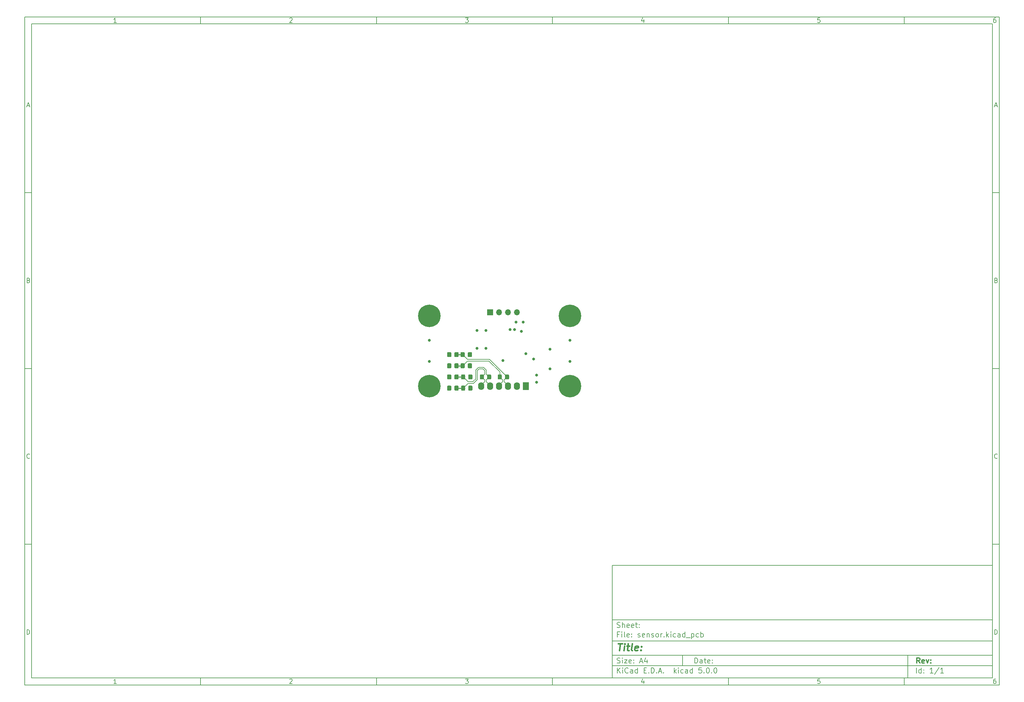
<source format=gbl>
G04 #@! TF.GenerationSoftware,KiCad,Pcbnew,5.0.0*
G04 #@! TF.CreationDate,2018-10-21T13:27:24+10:00*
G04 #@! TF.ProjectId,sensor,73656E736F722E6B696361645F706362,rev?*
G04 #@! TF.SameCoordinates,Original*
G04 #@! TF.FileFunction,Copper,L4,Bot,Signal*
G04 #@! TF.FilePolarity,Positive*
%FSLAX46Y46*%
G04 Gerber Fmt 4.6, Leading zero omitted, Abs format (unit mm)*
G04 Created by KiCad (PCBNEW 5.0.0) date Sun Oct 21 13:27:24 2018*
%MOMM*%
%LPD*%
G01*
G04 APERTURE LIST*
%ADD10C,0.100000*%
%ADD11C,0.150000*%
%ADD12C,0.300000*%
%ADD13C,0.400000*%
G04 #@! TA.AperFunction,ComponentPad*
%ADD14R,1.740000X2.200000*%
G04 #@! TD*
G04 #@! TA.AperFunction,ComponentPad*
%ADD15O,1.740000X2.200000*%
G04 #@! TD*
G04 #@! TA.AperFunction,ComponentPad*
%ADD16R,1.700000X1.700000*%
G04 #@! TD*
G04 #@! TA.AperFunction,ComponentPad*
%ADD17O,1.700000X1.700000*%
G04 #@! TD*
G04 #@! TA.AperFunction,ComponentPad*
%ADD18C,0.800000*%
G04 #@! TD*
G04 #@! TA.AperFunction,ComponentPad*
%ADD19C,6.400000*%
G04 #@! TD*
G04 #@! TA.AperFunction,Conductor*
%ADD20C,0.100000*%
G04 #@! TD*
G04 #@! TA.AperFunction,SMDPad,CuDef*
%ADD21C,1.150000*%
G04 #@! TD*
G04 #@! TA.AperFunction,ViaPad*
%ADD22C,0.800000*%
G04 #@! TD*
G04 #@! TA.AperFunction,Conductor*
%ADD23C,0.200000*%
G04 #@! TD*
G04 #@! TA.AperFunction,Conductor*
%ADD24C,0.250000*%
G04 #@! TD*
G04 APERTURE END LIST*
D10*
D11*
X177002200Y-166007200D02*
X177002200Y-198007200D01*
X285002200Y-198007200D01*
X285002200Y-166007200D01*
X177002200Y-166007200D01*
D10*
D11*
X10000000Y-10000000D02*
X10000000Y-200007200D01*
X287002200Y-200007200D01*
X287002200Y-10000000D01*
X10000000Y-10000000D01*
D10*
D11*
X12000000Y-12000000D02*
X12000000Y-198007200D01*
X285002200Y-198007200D01*
X285002200Y-12000000D01*
X12000000Y-12000000D01*
D10*
D11*
X60000000Y-12000000D02*
X60000000Y-10000000D01*
D10*
D11*
X110000000Y-12000000D02*
X110000000Y-10000000D01*
D10*
D11*
X160000000Y-12000000D02*
X160000000Y-10000000D01*
D10*
D11*
X210000000Y-12000000D02*
X210000000Y-10000000D01*
D10*
D11*
X260000000Y-12000000D02*
X260000000Y-10000000D01*
D10*
D11*
X36065476Y-11588095D02*
X35322619Y-11588095D01*
X35694047Y-11588095D02*
X35694047Y-10288095D01*
X35570238Y-10473809D01*
X35446428Y-10597619D01*
X35322619Y-10659523D01*
D10*
D11*
X85322619Y-10411904D02*
X85384523Y-10350000D01*
X85508333Y-10288095D01*
X85817857Y-10288095D01*
X85941666Y-10350000D01*
X86003571Y-10411904D01*
X86065476Y-10535714D01*
X86065476Y-10659523D01*
X86003571Y-10845238D01*
X85260714Y-11588095D01*
X86065476Y-11588095D01*
D10*
D11*
X135260714Y-10288095D02*
X136065476Y-10288095D01*
X135632142Y-10783333D01*
X135817857Y-10783333D01*
X135941666Y-10845238D01*
X136003571Y-10907142D01*
X136065476Y-11030952D01*
X136065476Y-11340476D01*
X136003571Y-11464285D01*
X135941666Y-11526190D01*
X135817857Y-11588095D01*
X135446428Y-11588095D01*
X135322619Y-11526190D01*
X135260714Y-11464285D01*
D10*
D11*
X185941666Y-10721428D02*
X185941666Y-11588095D01*
X185632142Y-10226190D02*
X185322619Y-11154761D01*
X186127380Y-11154761D01*
D10*
D11*
X236003571Y-10288095D02*
X235384523Y-10288095D01*
X235322619Y-10907142D01*
X235384523Y-10845238D01*
X235508333Y-10783333D01*
X235817857Y-10783333D01*
X235941666Y-10845238D01*
X236003571Y-10907142D01*
X236065476Y-11030952D01*
X236065476Y-11340476D01*
X236003571Y-11464285D01*
X235941666Y-11526190D01*
X235817857Y-11588095D01*
X235508333Y-11588095D01*
X235384523Y-11526190D01*
X235322619Y-11464285D01*
D10*
D11*
X285941666Y-10288095D02*
X285694047Y-10288095D01*
X285570238Y-10350000D01*
X285508333Y-10411904D01*
X285384523Y-10597619D01*
X285322619Y-10845238D01*
X285322619Y-11340476D01*
X285384523Y-11464285D01*
X285446428Y-11526190D01*
X285570238Y-11588095D01*
X285817857Y-11588095D01*
X285941666Y-11526190D01*
X286003571Y-11464285D01*
X286065476Y-11340476D01*
X286065476Y-11030952D01*
X286003571Y-10907142D01*
X285941666Y-10845238D01*
X285817857Y-10783333D01*
X285570238Y-10783333D01*
X285446428Y-10845238D01*
X285384523Y-10907142D01*
X285322619Y-11030952D01*
D10*
D11*
X60000000Y-198007200D02*
X60000000Y-200007200D01*
D10*
D11*
X110000000Y-198007200D02*
X110000000Y-200007200D01*
D10*
D11*
X160000000Y-198007200D02*
X160000000Y-200007200D01*
D10*
D11*
X210000000Y-198007200D02*
X210000000Y-200007200D01*
D10*
D11*
X260000000Y-198007200D02*
X260000000Y-200007200D01*
D10*
D11*
X36065476Y-199595295D02*
X35322619Y-199595295D01*
X35694047Y-199595295D02*
X35694047Y-198295295D01*
X35570238Y-198481009D01*
X35446428Y-198604819D01*
X35322619Y-198666723D01*
D10*
D11*
X85322619Y-198419104D02*
X85384523Y-198357200D01*
X85508333Y-198295295D01*
X85817857Y-198295295D01*
X85941666Y-198357200D01*
X86003571Y-198419104D01*
X86065476Y-198542914D01*
X86065476Y-198666723D01*
X86003571Y-198852438D01*
X85260714Y-199595295D01*
X86065476Y-199595295D01*
D10*
D11*
X135260714Y-198295295D02*
X136065476Y-198295295D01*
X135632142Y-198790533D01*
X135817857Y-198790533D01*
X135941666Y-198852438D01*
X136003571Y-198914342D01*
X136065476Y-199038152D01*
X136065476Y-199347676D01*
X136003571Y-199471485D01*
X135941666Y-199533390D01*
X135817857Y-199595295D01*
X135446428Y-199595295D01*
X135322619Y-199533390D01*
X135260714Y-199471485D01*
D10*
D11*
X185941666Y-198728628D02*
X185941666Y-199595295D01*
X185632142Y-198233390D02*
X185322619Y-199161961D01*
X186127380Y-199161961D01*
D10*
D11*
X236003571Y-198295295D02*
X235384523Y-198295295D01*
X235322619Y-198914342D01*
X235384523Y-198852438D01*
X235508333Y-198790533D01*
X235817857Y-198790533D01*
X235941666Y-198852438D01*
X236003571Y-198914342D01*
X236065476Y-199038152D01*
X236065476Y-199347676D01*
X236003571Y-199471485D01*
X235941666Y-199533390D01*
X235817857Y-199595295D01*
X235508333Y-199595295D01*
X235384523Y-199533390D01*
X235322619Y-199471485D01*
D10*
D11*
X285941666Y-198295295D02*
X285694047Y-198295295D01*
X285570238Y-198357200D01*
X285508333Y-198419104D01*
X285384523Y-198604819D01*
X285322619Y-198852438D01*
X285322619Y-199347676D01*
X285384523Y-199471485D01*
X285446428Y-199533390D01*
X285570238Y-199595295D01*
X285817857Y-199595295D01*
X285941666Y-199533390D01*
X286003571Y-199471485D01*
X286065476Y-199347676D01*
X286065476Y-199038152D01*
X286003571Y-198914342D01*
X285941666Y-198852438D01*
X285817857Y-198790533D01*
X285570238Y-198790533D01*
X285446428Y-198852438D01*
X285384523Y-198914342D01*
X285322619Y-199038152D01*
D10*
D11*
X10000000Y-60000000D02*
X12000000Y-60000000D01*
D10*
D11*
X10000000Y-110000000D02*
X12000000Y-110000000D01*
D10*
D11*
X10000000Y-160000000D02*
X12000000Y-160000000D01*
D10*
D11*
X10690476Y-35216666D02*
X11309523Y-35216666D01*
X10566666Y-35588095D02*
X11000000Y-34288095D01*
X11433333Y-35588095D01*
D10*
D11*
X11092857Y-84907142D02*
X11278571Y-84969047D01*
X11340476Y-85030952D01*
X11402380Y-85154761D01*
X11402380Y-85340476D01*
X11340476Y-85464285D01*
X11278571Y-85526190D01*
X11154761Y-85588095D01*
X10659523Y-85588095D01*
X10659523Y-84288095D01*
X11092857Y-84288095D01*
X11216666Y-84350000D01*
X11278571Y-84411904D01*
X11340476Y-84535714D01*
X11340476Y-84659523D01*
X11278571Y-84783333D01*
X11216666Y-84845238D01*
X11092857Y-84907142D01*
X10659523Y-84907142D01*
D10*
D11*
X11402380Y-135464285D02*
X11340476Y-135526190D01*
X11154761Y-135588095D01*
X11030952Y-135588095D01*
X10845238Y-135526190D01*
X10721428Y-135402380D01*
X10659523Y-135278571D01*
X10597619Y-135030952D01*
X10597619Y-134845238D01*
X10659523Y-134597619D01*
X10721428Y-134473809D01*
X10845238Y-134350000D01*
X11030952Y-134288095D01*
X11154761Y-134288095D01*
X11340476Y-134350000D01*
X11402380Y-134411904D01*
D10*
D11*
X10659523Y-185588095D02*
X10659523Y-184288095D01*
X10969047Y-184288095D01*
X11154761Y-184350000D01*
X11278571Y-184473809D01*
X11340476Y-184597619D01*
X11402380Y-184845238D01*
X11402380Y-185030952D01*
X11340476Y-185278571D01*
X11278571Y-185402380D01*
X11154761Y-185526190D01*
X10969047Y-185588095D01*
X10659523Y-185588095D01*
D10*
D11*
X287002200Y-60000000D02*
X285002200Y-60000000D01*
D10*
D11*
X287002200Y-110000000D02*
X285002200Y-110000000D01*
D10*
D11*
X287002200Y-160000000D02*
X285002200Y-160000000D01*
D10*
D11*
X285692676Y-35216666D02*
X286311723Y-35216666D01*
X285568866Y-35588095D02*
X286002200Y-34288095D01*
X286435533Y-35588095D01*
D10*
D11*
X286095057Y-84907142D02*
X286280771Y-84969047D01*
X286342676Y-85030952D01*
X286404580Y-85154761D01*
X286404580Y-85340476D01*
X286342676Y-85464285D01*
X286280771Y-85526190D01*
X286156961Y-85588095D01*
X285661723Y-85588095D01*
X285661723Y-84288095D01*
X286095057Y-84288095D01*
X286218866Y-84350000D01*
X286280771Y-84411904D01*
X286342676Y-84535714D01*
X286342676Y-84659523D01*
X286280771Y-84783333D01*
X286218866Y-84845238D01*
X286095057Y-84907142D01*
X285661723Y-84907142D01*
D10*
D11*
X286404580Y-135464285D02*
X286342676Y-135526190D01*
X286156961Y-135588095D01*
X286033152Y-135588095D01*
X285847438Y-135526190D01*
X285723628Y-135402380D01*
X285661723Y-135278571D01*
X285599819Y-135030952D01*
X285599819Y-134845238D01*
X285661723Y-134597619D01*
X285723628Y-134473809D01*
X285847438Y-134350000D01*
X286033152Y-134288095D01*
X286156961Y-134288095D01*
X286342676Y-134350000D01*
X286404580Y-134411904D01*
D10*
D11*
X285661723Y-185588095D02*
X285661723Y-184288095D01*
X285971247Y-184288095D01*
X286156961Y-184350000D01*
X286280771Y-184473809D01*
X286342676Y-184597619D01*
X286404580Y-184845238D01*
X286404580Y-185030952D01*
X286342676Y-185278571D01*
X286280771Y-185402380D01*
X286156961Y-185526190D01*
X285971247Y-185588095D01*
X285661723Y-185588095D01*
D10*
D11*
X200434342Y-193785771D02*
X200434342Y-192285771D01*
X200791485Y-192285771D01*
X201005771Y-192357200D01*
X201148628Y-192500057D01*
X201220057Y-192642914D01*
X201291485Y-192928628D01*
X201291485Y-193142914D01*
X201220057Y-193428628D01*
X201148628Y-193571485D01*
X201005771Y-193714342D01*
X200791485Y-193785771D01*
X200434342Y-193785771D01*
X202577200Y-193785771D02*
X202577200Y-193000057D01*
X202505771Y-192857200D01*
X202362914Y-192785771D01*
X202077200Y-192785771D01*
X201934342Y-192857200D01*
X202577200Y-193714342D02*
X202434342Y-193785771D01*
X202077200Y-193785771D01*
X201934342Y-193714342D01*
X201862914Y-193571485D01*
X201862914Y-193428628D01*
X201934342Y-193285771D01*
X202077200Y-193214342D01*
X202434342Y-193214342D01*
X202577200Y-193142914D01*
X203077200Y-192785771D02*
X203648628Y-192785771D01*
X203291485Y-192285771D02*
X203291485Y-193571485D01*
X203362914Y-193714342D01*
X203505771Y-193785771D01*
X203648628Y-193785771D01*
X204720057Y-193714342D02*
X204577200Y-193785771D01*
X204291485Y-193785771D01*
X204148628Y-193714342D01*
X204077200Y-193571485D01*
X204077200Y-193000057D01*
X204148628Y-192857200D01*
X204291485Y-192785771D01*
X204577200Y-192785771D01*
X204720057Y-192857200D01*
X204791485Y-193000057D01*
X204791485Y-193142914D01*
X204077200Y-193285771D01*
X205434342Y-193642914D02*
X205505771Y-193714342D01*
X205434342Y-193785771D01*
X205362914Y-193714342D01*
X205434342Y-193642914D01*
X205434342Y-193785771D01*
X205434342Y-192857200D02*
X205505771Y-192928628D01*
X205434342Y-193000057D01*
X205362914Y-192928628D01*
X205434342Y-192857200D01*
X205434342Y-193000057D01*
D10*
D11*
X177002200Y-194507200D02*
X285002200Y-194507200D01*
D10*
D11*
X178434342Y-196585771D02*
X178434342Y-195085771D01*
X179291485Y-196585771D02*
X178648628Y-195728628D01*
X179291485Y-195085771D02*
X178434342Y-195942914D01*
X179934342Y-196585771D02*
X179934342Y-195585771D01*
X179934342Y-195085771D02*
X179862914Y-195157200D01*
X179934342Y-195228628D01*
X180005771Y-195157200D01*
X179934342Y-195085771D01*
X179934342Y-195228628D01*
X181505771Y-196442914D02*
X181434342Y-196514342D01*
X181220057Y-196585771D01*
X181077200Y-196585771D01*
X180862914Y-196514342D01*
X180720057Y-196371485D01*
X180648628Y-196228628D01*
X180577200Y-195942914D01*
X180577200Y-195728628D01*
X180648628Y-195442914D01*
X180720057Y-195300057D01*
X180862914Y-195157200D01*
X181077200Y-195085771D01*
X181220057Y-195085771D01*
X181434342Y-195157200D01*
X181505771Y-195228628D01*
X182791485Y-196585771D02*
X182791485Y-195800057D01*
X182720057Y-195657200D01*
X182577200Y-195585771D01*
X182291485Y-195585771D01*
X182148628Y-195657200D01*
X182791485Y-196514342D02*
X182648628Y-196585771D01*
X182291485Y-196585771D01*
X182148628Y-196514342D01*
X182077200Y-196371485D01*
X182077200Y-196228628D01*
X182148628Y-196085771D01*
X182291485Y-196014342D01*
X182648628Y-196014342D01*
X182791485Y-195942914D01*
X184148628Y-196585771D02*
X184148628Y-195085771D01*
X184148628Y-196514342D02*
X184005771Y-196585771D01*
X183720057Y-196585771D01*
X183577200Y-196514342D01*
X183505771Y-196442914D01*
X183434342Y-196300057D01*
X183434342Y-195871485D01*
X183505771Y-195728628D01*
X183577200Y-195657200D01*
X183720057Y-195585771D01*
X184005771Y-195585771D01*
X184148628Y-195657200D01*
X186005771Y-195800057D02*
X186505771Y-195800057D01*
X186720057Y-196585771D02*
X186005771Y-196585771D01*
X186005771Y-195085771D01*
X186720057Y-195085771D01*
X187362914Y-196442914D02*
X187434342Y-196514342D01*
X187362914Y-196585771D01*
X187291485Y-196514342D01*
X187362914Y-196442914D01*
X187362914Y-196585771D01*
X188077200Y-196585771D02*
X188077200Y-195085771D01*
X188434342Y-195085771D01*
X188648628Y-195157200D01*
X188791485Y-195300057D01*
X188862914Y-195442914D01*
X188934342Y-195728628D01*
X188934342Y-195942914D01*
X188862914Y-196228628D01*
X188791485Y-196371485D01*
X188648628Y-196514342D01*
X188434342Y-196585771D01*
X188077200Y-196585771D01*
X189577200Y-196442914D02*
X189648628Y-196514342D01*
X189577200Y-196585771D01*
X189505771Y-196514342D01*
X189577200Y-196442914D01*
X189577200Y-196585771D01*
X190220057Y-196157200D02*
X190934342Y-196157200D01*
X190077200Y-196585771D02*
X190577200Y-195085771D01*
X191077200Y-196585771D01*
X191577200Y-196442914D02*
X191648628Y-196514342D01*
X191577200Y-196585771D01*
X191505771Y-196514342D01*
X191577200Y-196442914D01*
X191577200Y-196585771D01*
X194577200Y-196585771D02*
X194577200Y-195085771D01*
X194720057Y-196014342D02*
X195148628Y-196585771D01*
X195148628Y-195585771D02*
X194577200Y-196157200D01*
X195791485Y-196585771D02*
X195791485Y-195585771D01*
X195791485Y-195085771D02*
X195720057Y-195157200D01*
X195791485Y-195228628D01*
X195862914Y-195157200D01*
X195791485Y-195085771D01*
X195791485Y-195228628D01*
X197148628Y-196514342D02*
X197005771Y-196585771D01*
X196720057Y-196585771D01*
X196577200Y-196514342D01*
X196505771Y-196442914D01*
X196434342Y-196300057D01*
X196434342Y-195871485D01*
X196505771Y-195728628D01*
X196577200Y-195657200D01*
X196720057Y-195585771D01*
X197005771Y-195585771D01*
X197148628Y-195657200D01*
X198434342Y-196585771D02*
X198434342Y-195800057D01*
X198362914Y-195657200D01*
X198220057Y-195585771D01*
X197934342Y-195585771D01*
X197791485Y-195657200D01*
X198434342Y-196514342D02*
X198291485Y-196585771D01*
X197934342Y-196585771D01*
X197791485Y-196514342D01*
X197720057Y-196371485D01*
X197720057Y-196228628D01*
X197791485Y-196085771D01*
X197934342Y-196014342D01*
X198291485Y-196014342D01*
X198434342Y-195942914D01*
X199791485Y-196585771D02*
X199791485Y-195085771D01*
X199791485Y-196514342D02*
X199648628Y-196585771D01*
X199362914Y-196585771D01*
X199220057Y-196514342D01*
X199148628Y-196442914D01*
X199077200Y-196300057D01*
X199077200Y-195871485D01*
X199148628Y-195728628D01*
X199220057Y-195657200D01*
X199362914Y-195585771D01*
X199648628Y-195585771D01*
X199791485Y-195657200D01*
X202362914Y-195085771D02*
X201648628Y-195085771D01*
X201577200Y-195800057D01*
X201648628Y-195728628D01*
X201791485Y-195657200D01*
X202148628Y-195657200D01*
X202291485Y-195728628D01*
X202362914Y-195800057D01*
X202434342Y-195942914D01*
X202434342Y-196300057D01*
X202362914Y-196442914D01*
X202291485Y-196514342D01*
X202148628Y-196585771D01*
X201791485Y-196585771D01*
X201648628Y-196514342D01*
X201577200Y-196442914D01*
X203077200Y-196442914D02*
X203148628Y-196514342D01*
X203077200Y-196585771D01*
X203005771Y-196514342D01*
X203077200Y-196442914D01*
X203077200Y-196585771D01*
X204077200Y-195085771D02*
X204220057Y-195085771D01*
X204362914Y-195157200D01*
X204434342Y-195228628D01*
X204505771Y-195371485D01*
X204577200Y-195657200D01*
X204577200Y-196014342D01*
X204505771Y-196300057D01*
X204434342Y-196442914D01*
X204362914Y-196514342D01*
X204220057Y-196585771D01*
X204077200Y-196585771D01*
X203934342Y-196514342D01*
X203862914Y-196442914D01*
X203791485Y-196300057D01*
X203720057Y-196014342D01*
X203720057Y-195657200D01*
X203791485Y-195371485D01*
X203862914Y-195228628D01*
X203934342Y-195157200D01*
X204077200Y-195085771D01*
X205220057Y-196442914D02*
X205291485Y-196514342D01*
X205220057Y-196585771D01*
X205148628Y-196514342D01*
X205220057Y-196442914D01*
X205220057Y-196585771D01*
X206220057Y-195085771D02*
X206362914Y-195085771D01*
X206505771Y-195157200D01*
X206577200Y-195228628D01*
X206648628Y-195371485D01*
X206720057Y-195657200D01*
X206720057Y-196014342D01*
X206648628Y-196300057D01*
X206577200Y-196442914D01*
X206505771Y-196514342D01*
X206362914Y-196585771D01*
X206220057Y-196585771D01*
X206077200Y-196514342D01*
X206005771Y-196442914D01*
X205934342Y-196300057D01*
X205862914Y-196014342D01*
X205862914Y-195657200D01*
X205934342Y-195371485D01*
X206005771Y-195228628D01*
X206077200Y-195157200D01*
X206220057Y-195085771D01*
D10*
D11*
X177002200Y-191507200D02*
X285002200Y-191507200D01*
D10*
D12*
X264411485Y-193785771D02*
X263911485Y-193071485D01*
X263554342Y-193785771D02*
X263554342Y-192285771D01*
X264125771Y-192285771D01*
X264268628Y-192357200D01*
X264340057Y-192428628D01*
X264411485Y-192571485D01*
X264411485Y-192785771D01*
X264340057Y-192928628D01*
X264268628Y-193000057D01*
X264125771Y-193071485D01*
X263554342Y-193071485D01*
X265625771Y-193714342D02*
X265482914Y-193785771D01*
X265197200Y-193785771D01*
X265054342Y-193714342D01*
X264982914Y-193571485D01*
X264982914Y-193000057D01*
X265054342Y-192857200D01*
X265197200Y-192785771D01*
X265482914Y-192785771D01*
X265625771Y-192857200D01*
X265697200Y-193000057D01*
X265697200Y-193142914D01*
X264982914Y-193285771D01*
X266197200Y-192785771D02*
X266554342Y-193785771D01*
X266911485Y-192785771D01*
X267482914Y-193642914D02*
X267554342Y-193714342D01*
X267482914Y-193785771D01*
X267411485Y-193714342D01*
X267482914Y-193642914D01*
X267482914Y-193785771D01*
X267482914Y-192857200D02*
X267554342Y-192928628D01*
X267482914Y-193000057D01*
X267411485Y-192928628D01*
X267482914Y-192857200D01*
X267482914Y-193000057D01*
D10*
D11*
X178362914Y-193714342D02*
X178577200Y-193785771D01*
X178934342Y-193785771D01*
X179077200Y-193714342D01*
X179148628Y-193642914D01*
X179220057Y-193500057D01*
X179220057Y-193357200D01*
X179148628Y-193214342D01*
X179077200Y-193142914D01*
X178934342Y-193071485D01*
X178648628Y-193000057D01*
X178505771Y-192928628D01*
X178434342Y-192857200D01*
X178362914Y-192714342D01*
X178362914Y-192571485D01*
X178434342Y-192428628D01*
X178505771Y-192357200D01*
X178648628Y-192285771D01*
X179005771Y-192285771D01*
X179220057Y-192357200D01*
X179862914Y-193785771D02*
X179862914Y-192785771D01*
X179862914Y-192285771D02*
X179791485Y-192357200D01*
X179862914Y-192428628D01*
X179934342Y-192357200D01*
X179862914Y-192285771D01*
X179862914Y-192428628D01*
X180434342Y-192785771D02*
X181220057Y-192785771D01*
X180434342Y-193785771D01*
X181220057Y-193785771D01*
X182362914Y-193714342D02*
X182220057Y-193785771D01*
X181934342Y-193785771D01*
X181791485Y-193714342D01*
X181720057Y-193571485D01*
X181720057Y-193000057D01*
X181791485Y-192857200D01*
X181934342Y-192785771D01*
X182220057Y-192785771D01*
X182362914Y-192857200D01*
X182434342Y-193000057D01*
X182434342Y-193142914D01*
X181720057Y-193285771D01*
X183077200Y-193642914D02*
X183148628Y-193714342D01*
X183077200Y-193785771D01*
X183005771Y-193714342D01*
X183077200Y-193642914D01*
X183077200Y-193785771D01*
X183077200Y-192857200D02*
X183148628Y-192928628D01*
X183077200Y-193000057D01*
X183005771Y-192928628D01*
X183077200Y-192857200D01*
X183077200Y-193000057D01*
X184862914Y-193357200D02*
X185577200Y-193357200D01*
X184720057Y-193785771D02*
X185220057Y-192285771D01*
X185720057Y-193785771D01*
X186862914Y-192785771D02*
X186862914Y-193785771D01*
X186505771Y-192214342D02*
X186148628Y-193285771D01*
X187077200Y-193285771D01*
D10*
D11*
X263434342Y-196585771D02*
X263434342Y-195085771D01*
X264791485Y-196585771D02*
X264791485Y-195085771D01*
X264791485Y-196514342D02*
X264648628Y-196585771D01*
X264362914Y-196585771D01*
X264220057Y-196514342D01*
X264148628Y-196442914D01*
X264077200Y-196300057D01*
X264077200Y-195871485D01*
X264148628Y-195728628D01*
X264220057Y-195657200D01*
X264362914Y-195585771D01*
X264648628Y-195585771D01*
X264791485Y-195657200D01*
X265505771Y-196442914D02*
X265577200Y-196514342D01*
X265505771Y-196585771D01*
X265434342Y-196514342D01*
X265505771Y-196442914D01*
X265505771Y-196585771D01*
X265505771Y-195657200D02*
X265577200Y-195728628D01*
X265505771Y-195800057D01*
X265434342Y-195728628D01*
X265505771Y-195657200D01*
X265505771Y-195800057D01*
X268148628Y-196585771D02*
X267291485Y-196585771D01*
X267720057Y-196585771D02*
X267720057Y-195085771D01*
X267577200Y-195300057D01*
X267434342Y-195442914D01*
X267291485Y-195514342D01*
X269862914Y-195014342D02*
X268577200Y-196942914D01*
X271148628Y-196585771D02*
X270291485Y-196585771D01*
X270720057Y-196585771D02*
X270720057Y-195085771D01*
X270577200Y-195300057D01*
X270434342Y-195442914D01*
X270291485Y-195514342D01*
D10*
D11*
X177002200Y-187507200D02*
X285002200Y-187507200D01*
D10*
D13*
X178714580Y-188211961D02*
X179857438Y-188211961D01*
X179036009Y-190211961D02*
X179286009Y-188211961D01*
X180274104Y-190211961D02*
X180440771Y-188878628D01*
X180524104Y-188211961D02*
X180416961Y-188307200D01*
X180500295Y-188402438D01*
X180607438Y-188307200D01*
X180524104Y-188211961D01*
X180500295Y-188402438D01*
X181107438Y-188878628D02*
X181869342Y-188878628D01*
X181476485Y-188211961D02*
X181262200Y-189926247D01*
X181333628Y-190116723D01*
X181512200Y-190211961D01*
X181702676Y-190211961D01*
X182655057Y-190211961D02*
X182476485Y-190116723D01*
X182405057Y-189926247D01*
X182619342Y-188211961D01*
X184190771Y-190116723D02*
X183988390Y-190211961D01*
X183607438Y-190211961D01*
X183428866Y-190116723D01*
X183357438Y-189926247D01*
X183452676Y-189164342D01*
X183571723Y-188973866D01*
X183774104Y-188878628D01*
X184155057Y-188878628D01*
X184333628Y-188973866D01*
X184405057Y-189164342D01*
X184381247Y-189354819D01*
X183405057Y-189545295D01*
X185155057Y-190021485D02*
X185238390Y-190116723D01*
X185131247Y-190211961D01*
X185047914Y-190116723D01*
X185155057Y-190021485D01*
X185131247Y-190211961D01*
X185286009Y-188973866D02*
X185369342Y-189069104D01*
X185262200Y-189164342D01*
X185178866Y-189069104D01*
X185286009Y-188973866D01*
X185262200Y-189164342D01*
D10*
D11*
X178934342Y-185600057D02*
X178434342Y-185600057D01*
X178434342Y-186385771D02*
X178434342Y-184885771D01*
X179148628Y-184885771D01*
X179720057Y-186385771D02*
X179720057Y-185385771D01*
X179720057Y-184885771D02*
X179648628Y-184957200D01*
X179720057Y-185028628D01*
X179791485Y-184957200D01*
X179720057Y-184885771D01*
X179720057Y-185028628D01*
X180648628Y-186385771D02*
X180505771Y-186314342D01*
X180434342Y-186171485D01*
X180434342Y-184885771D01*
X181791485Y-186314342D02*
X181648628Y-186385771D01*
X181362914Y-186385771D01*
X181220057Y-186314342D01*
X181148628Y-186171485D01*
X181148628Y-185600057D01*
X181220057Y-185457200D01*
X181362914Y-185385771D01*
X181648628Y-185385771D01*
X181791485Y-185457200D01*
X181862914Y-185600057D01*
X181862914Y-185742914D01*
X181148628Y-185885771D01*
X182505771Y-186242914D02*
X182577200Y-186314342D01*
X182505771Y-186385771D01*
X182434342Y-186314342D01*
X182505771Y-186242914D01*
X182505771Y-186385771D01*
X182505771Y-185457200D02*
X182577200Y-185528628D01*
X182505771Y-185600057D01*
X182434342Y-185528628D01*
X182505771Y-185457200D01*
X182505771Y-185600057D01*
X184291485Y-186314342D02*
X184434342Y-186385771D01*
X184720057Y-186385771D01*
X184862914Y-186314342D01*
X184934342Y-186171485D01*
X184934342Y-186100057D01*
X184862914Y-185957200D01*
X184720057Y-185885771D01*
X184505771Y-185885771D01*
X184362914Y-185814342D01*
X184291485Y-185671485D01*
X184291485Y-185600057D01*
X184362914Y-185457200D01*
X184505771Y-185385771D01*
X184720057Y-185385771D01*
X184862914Y-185457200D01*
X186148628Y-186314342D02*
X186005771Y-186385771D01*
X185720057Y-186385771D01*
X185577200Y-186314342D01*
X185505771Y-186171485D01*
X185505771Y-185600057D01*
X185577200Y-185457200D01*
X185720057Y-185385771D01*
X186005771Y-185385771D01*
X186148628Y-185457200D01*
X186220057Y-185600057D01*
X186220057Y-185742914D01*
X185505771Y-185885771D01*
X186862914Y-185385771D02*
X186862914Y-186385771D01*
X186862914Y-185528628D02*
X186934342Y-185457200D01*
X187077200Y-185385771D01*
X187291485Y-185385771D01*
X187434342Y-185457200D01*
X187505771Y-185600057D01*
X187505771Y-186385771D01*
X188148628Y-186314342D02*
X188291485Y-186385771D01*
X188577200Y-186385771D01*
X188720057Y-186314342D01*
X188791485Y-186171485D01*
X188791485Y-186100057D01*
X188720057Y-185957200D01*
X188577200Y-185885771D01*
X188362914Y-185885771D01*
X188220057Y-185814342D01*
X188148628Y-185671485D01*
X188148628Y-185600057D01*
X188220057Y-185457200D01*
X188362914Y-185385771D01*
X188577200Y-185385771D01*
X188720057Y-185457200D01*
X189648628Y-186385771D02*
X189505771Y-186314342D01*
X189434342Y-186242914D01*
X189362914Y-186100057D01*
X189362914Y-185671485D01*
X189434342Y-185528628D01*
X189505771Y-185457200D01*
X189648628Y-185385771D01*
X189862914Y-185385771D01*
X190005771Y-185457200D01*
X190077200Y-185528628D01*
X190148628Y-185671485D01*
X190148628Y-186100057D01*
X190077200Y-186242914D01*
X190005771Y-186314342D01*
X189862914Y-186385771D01*
X189648628Y-186385771D01*
X190791485Y-186385771D02*
X190791485Y-185385771D01*
X190791485Y-185671485D02*
X190862914Y-185528628D01*
X190934342Y-185457200D01*
X191077200Y-185385771D01*
X191220057Y-185385771D01*
X191720057Y-186242914D02*
X191791485Y-186314342D01*
X191720057Y-186385771D01*
X191648628Y-186314342D01*
X191720057Y-186242914D01*
X191720057Y-186385771D01*
X192434342Y-186385771D02*
X192434342Y-184885771D01*
X192577200Y-185814342D02*
X193005771Y-186385771D01*
X193005771Y-185385771D02*
X192434342Y-185957200D01*
X193648628Y-186385771D02*
X193648628Y-185385771D01*
X193648628Y-184885771D02*
X193577200Y-184957200D01*
X193648628Y-185028628D01*
X193720057Y-184957200D01*
X193648628Y-184885771D01*
X193648628Y-185028628D01*
X195005771Y-186314342D02*
X194862914Y-186385771D01*
X194577200Y-186385771D01*
X194434342Y-186314342D01*
X194362914Y-186242914D01*
X194291485Y-186100057D01*
X194291485Y-185671485D01*
X194362914Y-185528628D01*
X194434342Y-185457200D01*
X194577200Y-185385771D01*
X194862914Y-185385771D01*
X195005771Y-185457200D01*
X196291485Y-186385771D02*
X196291485Y-185600057D01*
X196220057Y-185457200D01*
X196077200Y-185385771D01*
X195791485Y-185385771D01*
X195648628Y-185457200D01*
X196291485Y-186314342D02*
X196148628Y-186385771D01*
X195791485Y-186385771D01*
X195648628Y-186314342D01*
X195577200Y-186171485D01*
X195577200Y-186028628D01*
X195648628Y-185885771D01*
X195791485Y-185814342D01*
X196148628Y-185814342D01*
X196291485Y-185742914D01*
X197648628Y-186385771D02*
X197648628Y-184885771D01*
X197648628Y-186314342D02*
X197505771Y-186385771D01*
X197220057Y-186385771D01*
X197077200Y-186314342D01*
X197005771Y-186242914D01*
X196934342Y-186100057D01*
X196934342Y-185671485D01*
X197005771Y-185528628D01*
X197077200Y-185457200D01*
X197220057Y-185385771D01*
X197505771Y-185385771D01*
X197648628Y-185457200D01*
X198005771Y-186528628D02*
X199148628Y-186528628D01*
X199505771Y-185385771D02*
X199505771Y-186885771D01*
X199505771Y-185457200D02*
X199648628Y-185385771D01*
X199934342Y-185385771D01*
X200077200Y-185457200D01*
X200148628Y-185528628D01*
X200220057Y-185671485D01*
X200220057Y-186100057D01*
X200148628Y-186242914D01*
X200077200Y-186314342D01*
X199934342Y-186385771D01*
X199648628Y-186385771D01*
X199505771Y-186314342D01*
X201505771Y-186314342D02*
X201362914Y-186385771D01*
X201077200Y-186385771D01*
X200934342Y-186314342D01*
X200862914Y-186242914D01*
X200791485Y-186100057D01*
X200791485Y-185671485D01*
X200862914Y-185528628D01*
X200934342Y-185457200D01*
X201077200Y-185385771D01*
X201362914Y-185385771D01*
X201505771Y-185457200D01*
X202148628Y-186385771D02*
X202148628Y-184885771D01*
X202148628Y-185457200D02*
X202291485Y-185385771D01*
X202577200Y-185385771D01*
X202720057Y-185457200D01*
X202791485Y-185528628D01*
X202862914Y-185671485D01*
X202862914Y-186100057D01*
X202791485Y-186242914D01*
X202720057Y-186314342D01*
X202577200Y-186385771D01*
X202291485Y-186385771D01*
X202148628Y-186314342D01*
D10*
D11*
X177002200Y-181507200D02*
X285002200Y-181507200D01*
D10*
D11*
X178362914Y-183614342D02*
X178577200Y-183685771D01*
X178934342Y-183685771D01*
X179077200Y-183614342D01*
X179148628Y-183542914D01*
X179220057Y-183400057D01*
X179220057Y-183257200D01*
X179148628Y-183114342D01*
X179077200Y-183042914D01*
X178934342Y-182971485D01*
X178648628Y-182900057D01*
X178505771Y-182828628D01*
X178434342Y-182757200D01*
X178362914Y-182614342D01*
X178362914Y-182471485D01*
X178434342Y-182328628D01*
X178505771Y-182257200D01*
X178648628Y-182185771D01*
X179005771Y-182185771D01*
X179220057Y-182257200D01*
X179862914Y-183685771D02*
X179862914Y-182185771D01*
X180505771Y-183685771D02*
X180505771Y-182900057D01*
X180434342Y-182757200D01*
X180291485Y-182685771D01*
X180077200Y-182685771D01*
X179934342Y-182757200D01*
X179862914Y-182828628D01*
X181791485Y-183614342D02*
X181648628Y-183685771D01*
X181362914Y-183685771D01*
X181220057Y-183614342D01*
X181148628Y-183471485D01*
X181148628Y-182900057D01*
X181220057Y-182757200D01*
X181362914Y-182685771D01*
X181648628Y-182685771D01*
X181791485Y-182757200D01*
X181862914Y-182900057D01*
X181862914Y-183042914D01*
X181148628Y-183185771D01*
X183077200Y-183614342D02*
X182934342Y-183685771D01*
X182648628Y-183685771D01*
X182505771Y-183614342D01*
X182434342Y-183471485D01*
X182434342Y-182900057D01*
X182505771Y-182757200D01*
X182648628Y-182685771D01*
X182934342Y-182685771D01*
X183077200Y-182757200D01*
X183148628Y-182900057D01*
X183148628Y-183042914D01*
X182434342Y-183185771D01*
X183577200Y-182685771D02*
X184148628Y-182685771D01*
X183791485Y-182185771D02*
X183791485Y-183471485D01*
X183862914Y-183614342D01*
X184005771Y-183685771D01*
X184148628Y-183685771D01*
X184648628Y-183542914D02*
X184720057Y-183614342D01*
X184648628Y-183685771D01*
X184577200Y-183614342D01*
X184648628Y-183542914D01*
X184648628Y-183685771D01*
X184648628Y-182757200D02*
X184720057Y-182828628D01*
X184648628Y-182900057D01*
X184577200Y-182828628D01*
X184648628Y-182757200D01*
X184648628Y-182900057D01*
D10*
D11*
X197002200Y-191507200D02*
X197002200Y-194507200D01*
D10*
D11*
X261002200Y-191507200D02*
X261002200Y-198007200D01*
D14*
G04 #@! TO.P,J1,1*
G04 #@! TO.N,VCC*
X152400000Y-115000000D03*
D15*
G04 #@! TO.P,J1,2*
G04 #@! TO.N,GND*
X149860000Y-115000000D03*
G04 #@! TO.P,J1,3*
G04 #@! TO.N,/SDA+*
X147320000Y-115000000D03*
G04 #@! TO.P,J1,4*
G04 #@! TO.N,/SDA-*
X144780000Y-115000000D03*
G04 #@! TO.P,J1,5*
G04 #@! TO.N,/SCL+*
X142240000Y-115000000D03*
G04 #@! TO.P,J1,6*
G04 #@! TO.N,/SCL-*
X139700000Y-115000000D03*
G04 #@! TD*
D16*
G04 #@! TO.P,J2,1*
G04 #@! TO.N,GND*
X142240000Y-93980000D03*
D17*
G04 #@! TO.P,J2,2*
G04 #@! TO.N,/SHUNT+*
X144780000Y-93980000D03*
G04 #@! TO.P,J2,3*
G04 #@! TO.N,/SHUNT-*
X147320000Y-93980000D03*
G04 #@! TO.P,J2,4*
G04 #@! TO.N,GND*
X149860000Y-93980000D03*
G04 #@! TD*
D18*
G04 #@! TO.P,MH1,1*
G04 #@! TO.N,Net-(C4-Pad1)*
X166697056Y-113302944D03*
X165000000Y-112600000D03*
X163302944Y-113302944D03*
X162600000Y-115000000D03*
X163302944Y-116697056D03*
X165000000Y-117400000D03*
X166697056Y-116697056D03*
X167400000Y-115000000D03*
D19*
X165000000Y-115000000D03*
G04 #@! TD*
G04 #@! TO.P,MH2,1*
G04 #@! TO.N,Net-(C5-Pad1)*
X165000000Y-95000000D03*
D18*
X167400000Y-95000000D03*
X166697056Y-96697056D03*
X165000000Y-97400000D03*
X163302944Y-96697056D03*
X162600000Y-95000000D03*
X163302944Y-93302944D03*
X165000000Y-92600000D03*
X166697056Y-93302944D03*
G04 #@! TD*
D19*
G04 #@! TO.P,MH3,1*
G04 #@! TO.N,Net-(C6-Pad1)*
X125000000Y-95000000D03*
D18*
X127400000Y-95000000D03*
X126697056Y-96697056D03*
X125000000Y-97400000D03*
X123302944Y-96697056D03*
X122600000Y-95000000D03*
X123302944Y-93302944D03*
X125000000Y-92600000D03*
X126697056Y-93302944D03*
G04 #@! TD*
G04 #@! TO.P,MH4,1*
G04 #@! TO.N,Net-(C7-Pad1)*
X126697056Y-113302944D03*
X125000000Y-112600000D03*
X123302944Y-113302944D03*
X122600000Y-115000000D03*
X123302944Y-116697056D03*
X125000000Y-117400000D03*
X126697056Y-116697056D03*
X127400000Y-115000000D03*
D19*
X125000000Y-115000000D03*
G04 #@! TD*
D20*
G04 #@! TO.N,VCC*
G04 #@! TO.C,R1*
G36*
X136874505Y-105346204D02*
X136898773Y-105349804D01*
X136922572Y-105355765D01*
X136945671Y-105364030D01*
X136967850Y-105374520D01*
X136988893Y-105387132D01*
X137008599Y-105401747D01*
X137026777Y-105418223D01*
X137043253Y-105436401D01*
X137057868Y-105456107D01*
X137070480Y-105477150D01*
X137080970Y-105499329D01*
X137089235Y-105522428D01*
X137095196Y-105546227D01*
X137098796Y-105570495D01*
X137100000Y-105594999D01*
X137100000Y-106495001D01*
X137098796Y-106519505D01*
X137095196Y-106543773D01*
X137089235Y-106567572D01*
X137080970Y-106590671D01*
X137070480Y-106612850D01*
X137057868Y-106633893D01*
X137043253Y-106653599D01*
X137026777Y-106671777D01*
X137008599Y-106688253D01*
X136988893Y-106702868D01*
X136967850Y-106715480D01*
X136945671Y-106725970D01*
X136922572Y-106734235D01*
X136898773Y-106740196D01*
X136874505Y-106743796D01*
X136850001Y-106745000D01*
X136199999Y-106745000D01*
X136175495Y-106743796D01*
X136151227Y-106740196D01*
X136127428Y-106734235D01*
X136104329Y-106725970D01*
X136082150Y-106715480D01*
X136061107Y-106702868D01*
X136041401Y-106688253D01*
X136023223Y-106671777D01*
X136006747Y-106653599D01*
X135992132Y-106633893D01*
X135979520Y-106612850D01*
X135969030Y-106590671D01*
X135960765Y-106567572D01*
X135954804Y-106543773D01*
X135951204Y-106519505D01*
X135950000Y-106495001D01*
X135950000Y-105594999D01*
X135951204Y-105570495D01*
X135954804Y-105546227D01*
X135960765Y-105522428D01*
X135969030Y-105499329D01*
X135979520Y-105477150D01*
X135992132Y-105456107D01*
X136006747Y-105436401D01*
X136023223Y-105418223D01*
X136041401Y-105401747D01*
X136061107Y-105387132D01*
X136082150Y-105374520D01*
X136104329Y-105364030D01*
X136127428Y-105355765D01*
X136151227Y-105349804D01*
X136175495Y-105346204D01*
X136199999Y-105345000D01*
X136850001Y-105345000D01*
X136874505Y-105346204D01*
X136874505Y-105346204D01*
G37*
D21*
G04 #@! TD*
G04 #@! TO.P,R1,1*
G04 #@! TO.N,VCC*
X136525000Y-106045000D03*
D20*
G04 #@! TO.N,/SDA+*
G04 #@! TO.C,R1*
G36*
X134824505Y-105346204D02*
X134848773Y-105349804D01*
X134872572Y-105355765D01*
X134895671Y-105364030D01*
X134917850Y-105374520D01*
X134938893Y-105387132D01*
X134958599Y-105401747D01*
X134976777Y-105418223D01*
X134993253Y-105436401D01*
X135007868Y-105456107D01*
X135020480Y-105477150D01*
X135030970Y-105499329D01*
X135039235Y-105522428D01*
X135045196Y-105546227D01*
X135048796Y-105570495D01*
X135050000Y-105594999D01*
X135050000Y-106495001D01*
X135048796Y-106519505D01*
X135045196Y-106543773D01*
X135039235Y-106567572D01*
X135030970Y-106590671D01*
X135020480Y-106612850D01*
X135007868Y-106633893D01*
X134993253Y-106653599D01*
X134976777Y-106671777D01*
X134958599Y-106688253D01*
X134938893Y-106702868D01*
X134917850Y-106715480D01*
X134895671Y-106725970D01*
X134872572Y-106734235D01*
X134848773Y-106740196D01*
X134824505Y-106743796D01*
X134800001Y-106745000D01*
X134149999Y-106745000D01*
X134125495Y-106743796D01*
X134101227Y-106740196D01*
X134077428Y-106734235D01*
X134054329Y-106725970D01*
X134032150Y-106715480D01*
X134011107Y-106702868D01*
X133991401Y-106688253D01*
X133973223Y-106671777D01*
X133956747Y-106653599D01*
X133942132Y-106633893D01*
X133929520Y-106612850D01*
X133919030Y-106590671D01*
X133910765Y-106567572D01*
X133904804Y-106543773D01*
X133901204Y-106519505D01*
X133900000Y-106495001D01*
X133900000Y-105594999D01*
X133901204Y-105570495D01*
X133904804Y-105546227D01*
X133910765Y-105522428D01*
X133919030Y-105499329D01*
X133929520Y-105477150D01*
X133942132Y-105456107D01*
X133956747Y-105436401D01*
X133973223Y-105418223D01*
X133991401Y-105401747D01*
X134011107Y-105387132D01*
X134032150Y-105374520D01*
X134054329Y-105364030D01*
X134077428Y-105355765D01*
X134101227Y-105349804D01*
X134125495Y-105346204D01*
X134149999Y-105345000D01*
X134800001Y-105345000D01*
X134824505Y-105346204D01*
X134824505Y-105346204D01*
G37*
D21*
G04 #@! TD*
G04 #@! TO.P,R1,2*
G04 #@! TO.N,/SDA+*
X134475000Y-106045000D03*
D20*
G04 #@! TO.N,GND*
G04 #@! TO.C,R2*
G36*
X131014505Y-105346204D02*
X131038773Y-105349804D01*
X131062572Y-105355765D01*
X131085671Y-105364030D01*
X131107850Y-105374520D01*
X131128893Y-105387132D01*
X131148599Y-105401747D01*
X131166777Y-105418223D01*
X131183253Y-105436401D01*
X131197868Y-105456107D01*
X131210480Y-105477150D01*
X131220970Y-105499329D01*
X131229235Y-105522428D01*
X131235196Y-105546227D01*
X131238796Y-105570495D01*
X131240000Y-105594999D01*
X131240000Y-106495001D01*
X131238796Y-106519505D01*
X131235196Y-106543773D01*
X131229235Y-106567572D01*
X131220970Y-106590671D01*
X131210480Y-106612850D01*
X131197868Y-106633893D01*
X131183253Y-106653599D01*
X131166777Y-106671777D01*
X131148599Y-106688253D01*
X131128893Y-106702868D01*
X131107850Y-106715480D01*
X131085671Y-106725970D01*
X131062572Y-106734235D01*
X131038773Y-106740196D01*
X131014505Y-106743796D01*
X130990001Y-106745000D01*
X130339999Y-106745000D01*
X130315495Y-106743796D01*
X130291227Y-106740196D01*
X130267428Y-106734235D01*
X130244329Y-106725970D01*
X130222150Y-106715480D01*
X130201107Y-106702868D01*
X130181401Y-106688253D01*
X130163223Y-106671777D01*
X130146747Y-106653599D01*
X130132132Y-106633893D01*
X130119520Y-106612850D01*
X130109030Y-106590671D01*
X130100765Y-106567572D01*
X130094804Y-106543773D01*
X130091204Y-106519505D01*
X130090000Y-106495001D01*
X130090000Y-105594999D01*
X130091204Y-105570495D01*
X130094804Y-105546227D01*
X130100765Y-105522428D01*
X130109030Y-105499329D01*
X130119520Y-105477150D01*
X130132132Y-105456107D01*
X130146747Y-105436401D01*
X130163223Y-105418223D01*
X130181401Y-105401747D01*
X130201107Y-105387132D01*
X130222150Y-105374520D01*
X130244329Y-105364030D01*
X130267428Y-105355765D01*
X130291227Y-105349804D01*
X130315495Y-105346204D01*
X130339999Y-105345000D01*
X130990001Y-105345000D01*
X131014505Y-105346204D01*
X131014505Y-105346204D01*
G37*
D21*
G04 #@! TD*
G04 #@! TO.P,R2,2*
G04 #@! TO.N,GND*
X130665000Y-106045000D03*
D20*
G04 #@! TO.N,/SDA+*
G04 #@! TO.C,R2*
G36*
X133064505Y-105346204D02*
X133088773Y-105349804D01*
X133112572Y-105355765D01*
X133135671Y-105364030D01*
X133157850Y-105374520D01*
X133178893Y-105387132D01*
X133198599Y-105401747D01*
X133216777Y-105418223D01*
X133233253Y-105436401D01*
X133247868Y-105456107D01*
X133260480Y-105477150D01*
X133270970Y-105499329D01*
X133279235Y-105522428D01*
X133285196Y-105546227D01*
X133288796Y-105570495D01*
X133290000Y-105594999D01*
X133290000Y-106495001D01*
X133288796Y-106519505D01*
X133285196Y-106543773D01*
X133279235Y-106567572D01*
X133270970Y-106590671D01*
X133260480Y-106612850D01*
X133247868Y-106633893D01*
X133233253Y-106653599D01*
X133216777Y-106671777D01*
X133198599Y-106688253D01*
X133178893Y-106702868D01*
X133157850Y-106715480D01*
X133135671Y-106725970D01*
X133112572Y-106734235D01*
X133088773Y-106740196D01*
X133064505Y-106743796D01*
X133040001Y-106745000D01*
X132389999Y-106745000D01*
X132365495Y-106743796D01*
X132341227Y-106740196D01*
X132317428Y-106734235D01*
X132294329Y-106725970D01*
X132272150Y-106715480D01*
X132251107Y-106702868D01*
X132231401Y-106688253D01*
X132213223Y-106671777D01*
X132196747Y-106653599D01*
X132182132Y-106633893D01*
X132169520Y-106612850D01*
X132159030Y-106590671D01*
X132150765Y-106567572D01*
X132144804Y-106543773D01*
X132141204Y-106519505D01*
X132140000Y-106495001D01*
X132140000Y-105594999D01*
X132141204Y-105570495D01*
X132144804Y-105546227D01*
X132150765Y-105522428D01*
X132159030Y-105499329D01*
X132169520Y-105477150D01*
X132182132Y-105456107D01*
X132196747Y-105436401D01*
X132213223Y-105418223D01*
X132231401Y-105401747D01*
X132251107Y-105387132D01*
X132272150Y-105374520D01*
X132294329Y-105364030D01*
X132317428Y-105355765D01*
X132341227Y-105349804D01*
X132365495Y-105346204D01*
X132389999Y-105345000D01*
X133040001Y-105345000D01*
X133064505Y-105346204D01*
X133064505Y-105346204D01*
G37*
D21*
G04 #@! TD*
G04 #@! TO.P,R2,1*
G04 #@! TO.N,/SDA+*
X132715000Y-106045000D03*
D20*
G04 #@! TO.N,/SDA-*
G04 #@! TO.C,R3*
G36*
X145374505Y-111696204D02*
X145398773Y-111699804D01*
X145422572Y-111705765D01*
X145445671Y-111714030D01*
X145467850Y-111724520D01*
X145488893Y-111737132D01*
X145508599Y-111751747D01*
X145526777Y-111768223D01*
X145543253Y-111786401D01*
X145557868Y-111806107D01*
X145570480Y-111827150D01*
X145580970Y-111849329D01*
X145589235Y-111872428D01*
X145595196Y-111896227D01*
X145598796Y-111920495D01*
X145600000Y-111944999D01*
X145600000Y-112845001D01*
X145598796Y-112869505D01*
X145595196Y-112893773D01*
X145589235Y-112917572D01*
X145580970Y-112940671D01*
X145570480Y-112962850D01*
X145557868Y-112983893D01*
X145543253Y-113003599D01*
X145526777Y-113021777D01*
X145508599Y-113038253D01*
X145488893Y-113052868D01*
X145467850Y-113065480D01*
X145445671Y-113075970D01*
X145422572Y-113084235D01*
X145398773Y-113090196D01*
X145374505Y-113093796D01*
X145350001Y-113095000D01*
X144699999Y-113095000D01*
X144675495Y-113093796D01*
X144651227Y-113090196D01*
X144627428Y-113084235D01*
X144604329Y-113075970D01*
X144582150Y-113065480D01*
X144561107Y-113052868D01*
X144541401Y-113038253D01*
X144523223Y-113021777D01*
X144506747Y-113003599D01*
X144492132Y-112983893D01*
X144479520Y-112962850D01*
X144469030Y-112940671D01*
X144460765Y-112917572D01*
X144454804Y-112893773D01*
X144451204Y-112869505D01*
X144450000Y-112845001D01*
X144450000Y-111944999D01*
X144451204Y-111920495D01*
X144454804Y-111896227D01*
X144460765Y-111872428D01*
X144469030Y-111849329D01*
X144479520Y-111827150D01*
X144492132Y-111806107D01*
X144506747Y-111786401D01*
X144523223Y-111768223D01*
X144541401Y-111751747D01*
X144561107Y-111737132D01*
X144582150Y-111724520D01*
X144604329Y-111714030D01*
X144627428Y-111705765D01*
X144651227Y-111699804D01*
X144675495Y-111696204D01*
X144699999Y-111695000D01*
X145350001Y-111695000D01*
X145374505Y-111696204D01*
X145374505Y-111696204D01*
G37*
D21*
G04 #@! TD*
G04 #@! TO.P,R3,2*
G04 #@! TO.N,/SDA-*
X145025000Y-112395000D03*
D20*
G04 #@! TO.N,/SDA+*
G04 #@! TO.C,R3*
G36*
X147424505Y-111696204D02*
X147448773Y-111699804D01*
X147472572Y-111705765D01*
X147495671Y-111714030D01*
X147517850Y-111724520D01*
X147538893Y-111737132D01*
X147558599Y-111751747D01*
X147576777Y-111768223D01*
X147593253Y-111786401D01*
X147607868Y-111806107D01*
X147620480Y-111827150D01*
X147630970Y-111849329D01*
X147639235Y-111872428D01*
X147645196Y-111896227D01*
X147648796Y-111920495D01*
X147650000Y-111944999D01*
X147650000Y-112845001D01*
X147648796Y-112869505D01*
X147645196Y-112893773D01*
X147639235Y-112917572D01*
X147630970Y-112940671D01*
X147620480Y-112962850D01*
X147607868Y-112983893D01*
X147593253Y-113003599D01*
X147576777Y-113021777D01*
X147558599Y-113038253D01*
X147538893Y-113052868D01*
X147517850Y-113065480D01*
X147495671Y-113075970D01*
X147472572Y-113084235D01*
X147448773Y-113090196D01*
X147424505Y-113093796D01*
X147400001Y-113095000D01*
X146749999Y-113095000D01*
X146725495Y-113093796D01*
X146701227Y-113090196D01*
X146677428Y-113084235D01*
X146654329Y-113075970D01*
X146632150Y-113065480D01*
X146611107Y-113052868D01*
X146591401Y-113038253D01*
X146573223Y-113021777D01*
X146556747Y-113003599D01*
X146542132Y-112983893D01*
X146529520Y-112962850D01*
X146519030Y-112940671D01*
X146510765Y-112917572D01*
X146504804Y-112893773D01*
X146501204Y-112869505D01*
X146500000Y-112845001D01*
X146500000Y-111944999D01*
X146501204Y-111920495D01*
X146504804Y-111896227D01*
X146510765Y-111872428D01*
X146519030Y-111849329D01*
X146529520Y-111827150D01*
X146542132Y-111806107D01*
X146556747Y-111786401D01*
X146573223Y-111768223D01*
X146591401Y-111751747D01*
X146611107Y-111737132D01*
X146632150Y-111724520D01*
X146654329Y-111714030D01*
X146677428Y-111705765D01*
X146701227Y-111699804D01*
X146725495Y-111696204D01*
X146749999Y-111695000D01*
X147400001Y-111695000D01*
X147424505Y-111696204D01*
X147424505Y-111696204D01*
G37*
D21*
G04 #@! TD*
G04 #@! TO.P,R3,1*
G04 #@! TO.N,/SDA+*
X147075000Y-112395000D03*
D20*
G04 #@! TO.N,/SDA-*
G04 #@! TO.C,R4*
G36*
X134824505Y-108521204D02*
X134848773Y-108524804D01*
X134872572Y-108530765D01*
X134895671Y-108539030D01*
X134917850Y-108549520D01*
X134938893Y-108562132D01*
X134958599Y-108576747D01*
X134976777Y-108593223D01*
X134993253Y-108611401D01*
X135007868Y-108631107D01*
X135020480Y-108652150D01*
X135030970Y-108674329D01*
X135039235Y-108697428D01*
X135045196Y-108721227D01*
X135048796Y-108745495D01*
X135050000Y-108769999D01*
X135050000Y-109670001D01*
X135048796Y-109694505D01*
X135045196Y-109718773D01*
X135039235Y-109742572D01*
X135030970Y-109765671D01*
X135020480Y-109787850D01*
X135007868Y-109808893D01*
X134993253Y-109828599D01*
X134976777Y-109846777D01*
X134958599Y-109863253D01*
X134938893Y-109877868D01*
X134917850Y-109890480D01*
X134895671Y-109900970D01*
X134872572Y-109909235D01*
X134848773Y-109915196D01*
X134824505Y-109918796D01*
X134800001Y-109920000D01*
X134149999Y-109920000D01*
X134125495Y-109918796D01*
X134101227Y-109915196D01*
X134077428Y-109909235D01*
X134054329Y-109900970D01*
X134032150Y-109890480D01*
X134011107Y-109877868D01*
X133991401Y-109863253D01*
X133973223Y-109846777D01*
X133956747Y-109828599D01*
X133942132Y-109808893D01*
X133929520Y-109787850D01*
X133919030Y-109765671D01*
X133910765Y-109742572D01*
X133904804Y-109718773D01*
X133901204Y-109694505D01*
X133900000Y-109670001D01*
X133900000Y-108769999D01*
X133901204Y-108745495D01*
X133904804Y-108721227D01*
X133910765Y-108697428D01*
X133919030Y-108674329D01*
X133929520Y-108652150D01*
X133942132Y-108631107D01*
X133956747Y-108611401D01*
X133973223Y-108593223D01*
X133991401Y-108576747D01*
X134011107Y-108562132D01*
X134032150Y-108549520D01*
X134054329Y-108539030D01*
X134077428Y-108530765D01*
X134101227Y-108524804D01*
X134125495Y-108521204D01*
X134149999Y-108520000D01*
X134800001Y-108520000D01*
X134824505Y-108521204D01*
X134824505Y-108521204D01*
G37*
D21*
G04 #@! TD*
G04 #@! TO.P,R4,2*
G04 #@! TO.N,/SDA-*
X134475000Y-109220000D03*
D20*
G04 #@! TO.N,VCC*
G04 #@! TO.C,R4*
G36*
X136874505Y-108521204D02*
X136898773Y-108524804D01*
X136922572Y-108530765D01*
X136945671Y-108539030D01*
X136967850Y-108549520D01*
X136988893Y-108562132D01*
X137008599Y-108576747D01*
X137026777Y-108593223D01*
X137043253Y-108611401D01*
X137057868Y-108631107D01*
X137070480Y-108652150D01*
X137080970Y-108674329D01*
X137089235Y-108697428D01*
X137095196Y-108721227D01*
X137098796Y-108745495D01*
X137100000Y-108769999D01*
X137100000Y-109670001D01*
X137098796Y-109694505D01*
X137095196Y-109718773D01*
X137089235Y-109742572D01*
X137080970Y-109765671D01*
X137070480Y-109787850D01*
X137057868Y-109808893D01*
X137043253Y-109828599D01*
X137026777Y-109846777D01*
X137008599Y-109863253D01*
X136988893Y-109877868D01*
X136967850Y-109890480D01*
X136945671Y-109900970D01*
X136922572Y-109909235D01*
X136898773Y-109915196D01*
X136874505Y-109918796D01*
X136850001Y-109920000D01*
X136199999Y-109920000D01*
X136175495Y-109918796D01*
X136151227Y-109915196D01*
X136127428Y-109909235D01*
X136104329Y-109900970D01*
X136082150Y-109890480D01*
X136061107Y-109877868D01*
X136041401Y-109863253D01*
X136023223Y-109846777D01*
X136006747Y-109828599D01*
X135992132Y-109808893D01*
X135979520Y-109787850D01*
X135969030Y-109765671D01*
X135960765Y-109742572D01*
X135954804Y-109718773D01*
X135951204Y-109694505D01*
X135950000Y-109670001D01*
X135950000Y-108769999D01*
X135951204Y-108745495D01*
X135954804Y-108721227D01*
X135960765Y-108697428D01*
X135969030Y-108674329D01*
X135979520Y-108652150D01*
X135992132Y-108631107D01*
X136006747Y-108611401D01*
X136023223Y-108593223D01*
X136041401Y-108576747D01*
X136061107Y-108562132D01*
X136082150Y-108549520D01*
X136104329Y-108539030D01*
X136127428Y-108530765D01*
X136151227Y-108524804D01*
X136175495Y-108521204D01*
X136199999Y-108520000D01*
X136850001Y-108520000D01*
X136874505Y-108521204D01*
X136874505Y-108521204D01*
G37*
D21*
G04 #@! TD*
G04 #@! TO.P,R4,1*
G04 #@! TO.N,VCC*
X136525000Y-109220000D03*
D20*
G04 #@! TO.N,/SDA-*
G04 #@! TO.C,R5*
G36*
X133064505Y-108521204D02*
X133088773Y-108524804D01*
X133112572Y-108530765D01*
X133135671Y-108539030D01*
X133157850Y-108549520D01*
X133178893Y-108562132D01*
X133198599Y-108576747D01*
X133216777Y-108593223D01*
X133233253Y-108611401D01*
X133247868Y-108631107D01*
X133260480Y-108652150D01*
X133270970Y-108674329D01*
X133279235Y-108697428D01*
X133285196Y-108721227D01*
X133288796Y-108745495D01*
X133290000Y-108769999D01*
X133290000Y-109670001D01*
X133288796Y-109694505D01*
X133285196Y-109718773D01*
X133279235Y-109742572D01*
X133270970Y-109765671D01*
X133260480Y-109787850D01*
X133247868Y-109808893D01*
X133233253Y-109828599D01*
X133216777Y-109846777D01*
X133198599Y-109863253D01*
X133178893Y-109877868D01*
X133157850Y-109890480D01*
X133135671Y-109900970D01*
X133112572Y-109909235D01*
X133088773Y-109915196D01*
X133064505Y-109918796D01*
X133040001Y-109920000D01*
X132389999Y-109920000D01*
X132365495Y-109918796D01*
X132341227Y-109915196D01*
X132317428Y-109909235D01*
X132294329Y-109900970D01*
X132272150Y-109890480D01*
X132251107Y-109877868D01*
X132231401Y-109863253D01*
X132213223Y-109846777D01*
X132196747Y-109828599D01*
X132182132Y-109808893D01*
X132169520Y-109787850D01*
X132159030Y-109765671D01*
X132150765Y-109742572D01*
X132144804Y-109718773D01*
X132141204Y-109694505D01*
X132140000Y-109670001D01*
X132140000Y-108769999D01*
X132141204Y-108745495D01*
X132144804Y-108721227D01*
X132150765Y-108697428D01*
X132159030Y-108674329D01*
X132169520Y-108652150D01*
X132182132Y-108631107D01*
X132196747Y-108611401D01*
X132213223Y-108593223D01*
X132231401Y-108576747D01*
X132251107Y-108562132D01*
X132272150Y-108549520D01*
X132294329Y-108539030D01*
X132317428Y-108530765D01*
X132341227Y-108524804D01*
X132365495Y-108521204D01*
X132389999Y-108520000D01*
X133040001Y-108520000D01*
X133064505Y-108521204D01*
X133064505Y-108521204D01*
G37*
D21*
G04 #@! TD*
G04 #@! TO.P,R5,1*
G04 #@! TO.N,/SDA-*
X132715000Y-109220000D03*
D20*
G04 #@! TO.N,GND*
G04 #@! TO.C,R5*
G36*
X131014505Y-108521204D02*
X131038773Y-108524804D01*
X131062572Y-108530765D01*
X131085671Y-108539030D01*
X131107850Y-108549520D01*
X131128893Y-108562132D01*
X131148599Y-108576747D01*
X131166777Y-108593223D01*
X131183253Y-108611401D01*
X131197868Y-108631107D01*
X131210480Y-108652150D01*
X131220970Y-108674329D01*
X131229235Y-108697428D01*
X131235196Y-108721227D01*
X131238796Y-108745495D01*
X131240000Y-108769999D01*
X131240000Y-109670001D01*
X131238796Y-109694505D01*
X131235196Y-109718773D01*
X131229235Y-109742572D01*
X131220970Y-109765671D01*
X131210480Y-109787850D01*
X131197868Y-109808893D01*
X131183253Y-109828599D01*
X131166777Y-109846777D01*
X131148599Y-109863253D01*
X131128893Y-109877868D01*
X131107850Y-109890480D01*
X131085671Y-109900970D01*
X131062572Y-109909235D01*
X131038773Y-109915196D01*
X131014505Y-109918796D01*
X130990001Y-109920000D01*
X130339999Y-109920000D01*
X130315495Y-109918796D01*
X130291227Y-109915196D01*
X130267428Y-109909235D01*
X130244329Y-109900970D01*
X130222150Y-109890480D01*
X130201107Y-109877868D01*
X130181401Y-109863253D01*
X130163223Y-109846777D01*
X130146747Y-109828599D01*
X130132132Y-109808893D01*
X130119520Y-109787850D01*
X130109030Y-109765671D01*
X130100765Y-109742572D01*
X130094804Y-109718773D01*
X130091204Y-109694505D01*
X130090000Y-109670001D01*
X130090000Y-108769999D01*
X130091204Y-108745495D01*
X130094804Y-108721227D01*
X130100765Y-108697428D01*
X130109030Y-108674329D01*
X130119520Y-108652150D01*
X130132132Y-108631107D01*
X130146747Y-108611401D01*
X130163223Y-108593223D01*
X130181401Y-108576747D01*
X130201107Y-108562132D01*
X130222150Y-108549520D01*
X130244329Y-108539030D01*
X130267428Y-108530765D01*
X130291227Y-108524804D01*
X130315495Y-108521204D01*
X130339999Y-108520000D01*
X130990001Y-108520000D01*
X131014505Y-108521204D01*
X131014505Y-108521204D01*
G37*
D21*
G04 #@! TD*
G04 #@! TO.P,R5,2*
G04 #@! TO.N,GND*
X130665000Y-109220000D03*
D20*
G04 #@! TO.N,VCC*
G04 #@! TO.C,R6*
G36*
X137019505Y-111696204D02*
X137043773Y-111699804D01*
X137067572Y-111705765D01*
X137090671Y-111714030D01*
X137112850Y-111724520D01*
X137133893Y-111737132D01*
X137153599Y-111751747D01*
X137171777Y-111768223D01*
X137188253Y-111786401D01*
X137202868Y-111806107D01*
X137215480Y-111827150D01*
X137225970Y-111849329D01*
X137234235Y-111872428D01*
X137240196Y-111896227D01*
X137243796Y-111920495D01*
X137245000Y-111944999D01*
X137245000Y-112845001D01*
X137243796Y-112869505D01*
X137240196Y-112893773D01*
X137234235Y-112917572D01*
X137225970Y-112940671D01*
X137215480Y-112962850D01*
X137202868Y-112983893D01*
X137188253Y-113003599D01*
X137171777Y-113021777D01*
X137153599Y-113038253D01*
X137133893Y-113052868D01*
X137112850Y-113065480D01*
X137090671Y-113075970D01*
X137067572Y-113084235D01*
X137043773Y-113090196D01*
X137019505Y-113093796D01*
X136995001Y-113095000D01*
X136344999Y-113095000D01*
X136320495Y-113093796D01*
X136296227Y-113090196D01*
X136272428Y-113084235D01*
X136249329Y-113075970D01*
X136227150Y-113065480D01*
X136206107Y-113052868D01*
X136186401Y-113038253D01*
X136168223Y-113021777D01*
X136151747Y-113003599D01*
X136137132Y-112983893D01*
X136124520Y-112962850D01*
X136114030Y-112940671D01*
X136105765Y-112917572D01*
X136099804Y-112893773D01*
X136096204Y-112869505D01*
X136095000Y-112845001D01*
X136095000Y-111944999D01*
X136096204Y-111920495D01*
X136099804Y-111896227D01*
X136105765Y-111872428D01*
X136114030Y-111849329D01*
X136124520Y-111827150D01*
X136137132Y-111806107D01*
X136151747Y-111786401D01*
X136168223Y-111768223D01*
X136186401Y-111751747D01*
X136206107Y-111737132D01*
X136227150Y-111724520D01*
X136249329Y-111714030D01*
X136272428Y-111705765D01*
X136296227Y-111699804D01*
X136320495Y-111696204D01*
X136344999Y-111695000D01*
X136995001Y-111695000D01*
X137019505Y-111696204D01*
X137019505Y-111696204D01*
G37*
D21*
G04 #@! TD*
G04 #@! TO.P,R6,1*
G04 #@! TO.N,VCC*
X136670000Y-112395000D03*
D20*
G04 #@! TO.N,/SCL+*
G04 #@! TO.C,R6*
G36*
X134969505Y-111696204D02*
X134993773Y-111699804D01*
X135017572Y-111705765D01*
X135040671Y-111714030D01*
X135062850Y-111724520D01*
X135083893Y-111737132D01*
X135103599Y-111751747D01*
X135121777Y-111768223D01*
X135138253Y-111786401D01*
X135152868Y-111806107D01*
X135165480Y-111827150D01*
X135175970Y-111849329D01*
X135184235Y-111872428D01*
X135190196Y-111896227D01*
X135193796Y-111920495D01*
X135195000Y-111944999D01*
X135195000Y-112845001D01*
X135193796Y-112869505D01*
X135190196Y-112893773D01*
X135184235Y-112917572D01*
X135175970Y-112940671D01*
X135165480Y-112962850D01*
X135152868Y-112983893D01*
X135138253Y-113003599D01*
X135121777Y-113021777D01*
X135103599Y-113038253D01*
X135083893Y-113052868D01*
X135062850Y-113065480D01*
X135040671Y-113075970D01*
X135017572Y-113084235D01*
X134993773Y-113090196D01*
X134969505Y-113093796D01*
X134945001Y-113095000D01*
X134294999Y-113095000D01*
X134270495Y-113093796D01*
X134246227Y-113090196D01*
X134222428Y-113084235D01*
X134199329Y-113075970D01*
X134177150Y-113065480D01*
X134156107Y-113052868D01*
X134136401Y-113038253D01*
X134118223Y-113021777D01*
X134101747Y-113003599D01*
X134087132Y-112983893D01*
X134074520Y-112962850D01*
X134064030Y-112940671D01*
X134055765Y-112917572D01*
X134049804Y-112893773D01*
X134046204Y-112869505D01*
X134045000Y-112845001D01*
X134045000Y-111944999D01*
X134046204Y-111920495D01*
X134049804Y-111896227D01*
X134055765Y-111872428D01*
X134064030Y-111849329D01*
X134074520Y-111827150D01*
X134087132Y-111806107D01*
X134101747Y-111786401D01*
X134118223Y-111768223D01*
X134136401Y-111751747D01*
X134156107Y-111737132D01*
X134177150Y-111724520D01*
X134199329Y-111714030D01*
X134222428Y-111705765D01*
X134246227Y-111699804D01*
X134270495Y-111696204D01*
X134294999Y-111695000D01*
X134945001Y-111695000D01*
X134969505Y-111696204D01*
X134969505Y-111696204D01*
G37*
D21*
G04 #@! TD*
G04 #@! TO.P,R6,2*
G04 #@! TO.N,/SCL+*
X134620000Y-112395000D03*
D20*
G04 #@! TO.N,GND*
G04 #@! TO.C,R7*
G36*
X131014505Y-111696204D02*
X131038773Y-111699804D01*
X131062572Y-111705765D01*
X131085671Y-111714030D01*
X131107850Y-111724520D01*
X131128893Y-111737132D01*
X131148599Y-111751747D01*
X131166777Y-111768223D01*
X131183253Y-111786401D01*
X131197868Y-111806107D01*
X131210480Y-111827150D01*
X131220970Y-111849329D01*
X131229235Y-111872428D01*
X131235196Y-111896227D01*
X131238796Y-111920495D01*
X131240000Y-111944999D01*
X131240000Y-112845001D01*
X131238796Y-112869505D01*
X131235196Y-112893773D01*
X131229235Y-112917572D01*
X131220970Y-112940671D01*
X131210480Y-112962850D01*
X131197868Y-112983893D01*
X131183253Y-113003599D01*
X131166777Y-113021777D01*
X131148599Y-113038253D01*
X131128893Y-113052868D01*
X131107850Y-113065480D01*
X131085671Y-113075970D01*
X131062572Y-113084235D01*
X131038773Y-113090196D01*
X131014505Y-113093796D01*
X130990001Y-113095000D01*
X130339999Y-113095000D01*
X130315495Y-113093796D01*
X130291227Y-113090196D01*
X130267428Y-113084235D01*
X130244329Y-113075970D01*
X130222150Y-113065480D01*
X130201107Y-113052868D01*
X130181401Y-113038253D01*
X130163223Y-113021777D01*
X130146747Y-113003599D01*
X130132132Y-112983893D01*
X130119520Y-112962850D01*
X130109030Y-112940671D01*
X130100765Y-112917572D01*
X130094804Y-112893773D01*
X130091204Y-112869505D01*
X130090000Y-112845001D01*
X130090000Y-111944999D01*
X130091204Y-111920495D01*
X130094804Y-111896227D01*
X130100765Y-111872428D01*
X130109030Y-111849329D01*
X130119520Y-111827150D01*
X130132132Y-111806107D01*
X130146747Y-111786401D01*
X130163223Y-111768223D01*
X130181401Y-111751747D01*
X130201107Y-111737132D01*
X130222150Y-111724520D01*
X130244329Y-111714030D01*
X130267428Y-111705765D01*
X130291227Y-111699804D01*
X130315495Y-111696204D01*
X130339999Y-111695000D01*
X130990001Y-111695000D01*
X131014505Y-111696204D01*
X131014505Y-111696204D01*
G37*
D21*
G04 #@! TD*
G04 #@! TO.P,R7,2*
G04 #@! TO.N,GND*
X130665000Y-112395000D03*
D20*
G04 #@! TO.N,/SCL+*
G04 #@! TO.C,R7*
G36*
X133064505Y-111696204D02*
X133088773Y-111699804D01*
X133112572Y-111705765D01*
X133135671Y-111714030D01*
X133157850Y-111724520D01*
X133178893Y-111737132D01*
X133198599Y-111751747D01*
X133216777Y-111768223D01*
X133233253Y-111786401D01*
X133247868Y-111806107D01*
X133260480Y-111827150D01*
X133270970Y-111849329D01*
X133279235Y-111872428D01*
X133285196Y-111896227D01*
X133288796Y-111920495D01*
X133290000Y-111944999D01*
X133290000Y-112845001D01*
X133288796Y-112869505D01*
X133285196Y-112893773D01*
X133279235Y-112917572D01*
X133270970Y-112940671D01*
X133260480Y-112962850D01*
X133247868Y-112983893D01*
X133233253Y-113003599D01*
X133216777Y-113021777D01*
X133198599Y-113038253D01*
X133178893Y-113052868D01*
X133157850Y-113065480D01*
X133135671Y-113075970D01*
X133112572Y-113084235D01*
X133088773Y-113090196D01*
X133064505Y-113093796D01*
X133040001Y-113095000D01*
X132389999Y-113095000D01*
X132365495Y-113093796D01*
X132341227Y-113090196D01*
X132317428Y-113084235D01*
X132294329Y-113075970D01*
X132272150Y-113065480D01*
X132251107Y-113052868D01*
X132231401Y-113038253D01*
X132213223Y-113021777D01*
X132196747Y-113003599D01*
X132182132Y-112983893D01*
X132169520Y-112962850D01*
X132159030Y-112940671D01*
X132150765Y-112917572D01*
X132144804Y-112893773D01*
X132141204Y-112869505D01*
X132140000Y-112845001D01*
X132140000Y-111944999D01*
X132141204Y-111920495D01*
X132144804Y-111896227D01*
X132150765Y-111872428D01*
X132159030Y-111849329D01*
X132169520Y-111827150D01*
X132182132Y-111806107D01*
X132196747Y-111786401D01*
X132213223Y-111768223D01*
X132231401Y-111751747D01*
X132251107Y-111737132D01*
X132272150Y-111724520D01*
X132294329Y-111714030D01*
X132317428Y-111705765D01*
X132341227Y-111699804D01*
X132365495Y-111696204D01*
X132389999Y-111695000D01*
X133040001Y-111695000D01*
X133064505Y-111696204D01*
X133064505Y-111696204D01*
G37*
D21*
G04 #@! TD*
G04 #@! TO.P,R7,1*
G04 #@! TO.N,/SCL+*
X132715000Y-112395000D03*
D20*
G04 #@! TO.N,/SCL+*
G04 #@! TO.C,R8*
G36*
X142344505Y-111696204D02*
X142368773Y-111699804D01*
X142392572Y-111705765D01*
X142415671Y-111714030D01*
X142437850Y-111724520D01*
X142458893Y-111737132D01*
X142478599Y-111751747D01*
X142496777Y-111768223D01*
X142513253Y-111786401D01*
X142527868Y-111806107D01*
X142540480Y-111827150D01*
X142550970Y-111849329D01*
X142559235Y-111872428D01*
X142565196Y-111896227D01*
X142568796Y-111920495D01*
X142570000Y-111944999D01*
X142570000Y-112845001D01*
X142568796Y-112869505D01*
X142565196Y-112893773D01*
X142559235Y-112917572D01*
X142550970Y-112940671D01*
X142540480Y-112962850D01*
X142527868Y-112983893D01*
X142513253Y-113003599D01*
X142496777Y-113021777D01*
X142478599Y-113038253D01*
X142458893Y-113052868D01*
X142437850Y-113065480D01*
X142415671Y-113075970D01*
X142392572Y-113084235D01*
X142368773Y-113090196D01*
X142344505Y-113093796D01*
X142320001Y-113095000D01*
X141669999Y-113095000D01*
X141645495Y-113093796D01*
X141621227Y-113090196D01*
X141597428Y-113084235D01*
X141574329Y-113075970D01*
X141552150Y-113065480D01*
X141531107Y-113052868D01*
X141511401Y-113038253D01*
X141493223Y-113021777D01*
X141476747Y-113003599D01*
X141462132Y-112983893D01*
X141449520Y-112962850D01*
X141439030Y-112940671D01*
X141430765Y-112917572D01*
X141424804Y-112893773D01*
X141421204Y-112869505D01*
X141420000Y-112845001D01*
X141420000Y-111944999D01*
X141421204Y-111920495D01*
X141424804Y-111896227D01*
X141430765Y-111872428D01*
X141439030Y-111849329D01*
X141449520Y-111827150D01*
X141462132Y-111806107D01*
X141476747Y-111786401D01*
X141493223Y-111768223D01*
X141511401Y-111751747D01*
X141531107Y-111737132D01*
X141552150Y-111724520D01*
X141574329Y-111714030D01*
X141597428Y-111705765D01*
X141621227Y-111699804D01*
X141645495Y-111696204D01*
X141669999Y-111695000D01*
X142320001Y-111695000D01*
X142344505Y-111696204D01*
X142344505Y-111696204D01*
G37*
D21*
G04 #@! TD*
G04 #@! TO.P,R8,1*
G04 #@! TO.N,/SCL+*
X141995000Y-112395000D03*
D20*
G04 #@! TO.N,/SCL-*
G04 #@! TO.C,R8*
G36*
X140294505Y-111696204D02*
X140318773Y-111699804D01*
X140342572Y-111705765D01*
X140365671Y-111714030D01*
X140387850Y-111724520D01*
X140408893Y-111737132D01*
X140428599Y-111751747D01*
X140446777Y-111768223D01*
X140463253Y-111786401D01*
X140477868Y-111806107D01*
X140490480Y-111827150D01*
X140500970Y-111849329D01*
X140509235Y-111872428D01*
X140515196Y-111896227D01*
X140518796Y-111920495D01*
X140520000Y-111944999D01*
X140520000Y-112845001D01*
X140518796Y-112869505D01*
X140515196Y-112893773D01*
X140509235Y-112917572D01*
X140500970Y-112940671D01*
X140490480Y-112962850D01*
X140477868Y-112983893D01*
X140463253Y-113003599D01*
X140446777Y-113021777D01*
X140428599Y-113038253D01*
X140408893Y-113052868D01*
X140387850Y-113065480D01*
X140365671Y-113075970D01*
X140342572Y-113084235D01*
X140318773Y-113090196D01*
X140294505Y-113093796D01*
X140270001Y-113095000D01*
X139619999Y-113095000D01*
X139595495Y-113093796D01*
X139571227Y-113090196D01*
X139547428Y-113084235D01*
X139524329Y-113075970D01*
X139502150Y-113065480D01*
X139481107Y-113052868D01*
X139461401Y-113038253D01*
X139443223Y-113021777D01*
X139426747Y-113003599D01*
X139412132Y-112983893D01*
X139399520Y-112962850D01*
X139389030Y-112940671D01*
X139380765Y-112917572D01*
X139374804Y-112893773D01*
X139371204Y-112869505D01*
X139370000Y-112845001D01*
X139370000Y-111944999D01*
X139371204Y-111920495D01*
X139374804Y-111896227D01*
X139380765Y-111872428D01*
X139389030Y-111849329D01*
X139399520Y-111827150D01*
X139412132Y-111806107D01*
X139426747Y-111786401D01*
X139443223Y-111768223D01*
X139461401Y-111751747D01*
X139481107Y-111737132D01*
X139502150Y-111724520D01*
X139524329Y-111714030D01*
X139547428Y-111705765D01*
X139571227Y-111699804D01*
X139595495Y-111696204D01*
X139619999Y-111695000D01*
X140270001Y-111695000D01*
X140294505Y-111696204D01*
X140294505Y-111696204D01*
G37*
D21*
G04 #@! TD*
G04 #@! TO.P,R8,2*
G04 #@! TO.N,/SCL-*
X139945000Y-112395000D03*
D20*
G04 #@! TO.N,/SCL-*
G04 #@! TO.C,R9*
G36*
X134969505Y-114871204D02*
X134993773Y-114874804D01*
X135017572Y-114880765D01*
X135040671Y-114889030D01*
X135062850Y-114899520D01*
X135083893Y-114912132D01*
X135103599Y-114926747D01*
X135121777Y-114943223D01*
X135138253Y-114961401D01*
X135152868Y-114981107D01*
X135165480Y-115002150D01*
X135175970Y-115024329D01*
X135184235Y-115047428D01*
X135190196Y-115071227D01*
X135193796Y-115095495D01*
X135195000Y-115119999D01*
X135195000Y-116020001D01*
X135193796Y-116044505D01*
X135190196Y-116068773D01*
X135184235Y-116092572D01*
X135175970Y-116115671D01*
X135165480Y-116137850D01*
X135152868Y-116158893D01*
X135138253Y-116178599D01*
X135121777Y-116196777D01*
X135103599Y-116213253D01*
X135083893Y-116227868D01*
X135062850Y-116240480D01*
X135040671Y-116250970D01*
X135017572Y-116259235D01*
X134993773Y-116265196D01*
X134969505Y-116268796D01*
X134945001Y-116270000D01*
X134294999Y-116270000D01*
X134270495Y-116268796D01*
X134246227Y-116265196D01*
X134222428Y-116259235D01*
X134199329Y-116250970D01*
X134177150Y-116240480D01*
X134156107Y-116227868D01*
X134136401Y-116213253D01*
X134118223Y-116196777D01*
X134101747Y-116178599D01*
X134087132Y-116158893D01*
X134074520Y-116137850D01*
X134064030Y-116115671D01*
X134055765Y-116092572D01*
X134049804Y-116068773D01*
X134046204Y-116044505D01*
X134045000Y-116020001D01*
X134045000Y-115119999D01*
X134046204Y-115095495D01*
X134049804Y-115071227D01*
X134055765Y-115047428D01*
X134064030Y-115024329D01*
X134074520Y-115002150D01*
X134087132Y-114981107D01*
X134101747Y-114961401D01*
X134118223Y-114943223D01*
X134136401Y-114926747D01*
X134156107Y-114912132D01*
X134177150Y-114899520D01*
X134199329Y-114889030D01*
X134222428Y-114880765D01*
X134246227Y-114874804D01*
X134270495Y-114871204D01*
X134294999Y-114870000D01*
X134945001Y-114870000D01*
X134969505Y-114871204D01*
X134969505Y-114871204D01*
G37*
D21*
G04 #@! TD*
G04 #@! TO.P,R9,2*
G04 #@! TO.N,/SCL-*
X134620000Y-115570000D03*
D20*
G04 #@! TO.N,VCC*
G04 #@! TO.C,R9*
G36*
X137019505Y-114871204D02*
X137043773Y-114874804D01*
X137067572Y-114880765D01*
X137090671Y-114889030D01*
X137112850Y-114899520D01*
X137133893Y-114912132D01*
X137153599Y-114926747D01*
X137171777Y-114943223D01*
X137188253Y-114961401D01*
X137202868Y-114981107D01*
X137215480Y-115002150D01*
X137225970Y-115024329D01*
X137234235Y-115047428D01*
X137240196Y-115071227D01*
X137243796Y-115095495D01*
X137245000Y-115119999D01*
X137245000Y-116020001D01*
X137243796Y-116044505D01*
X137240196Y-116068773D01*
X137234235Y-116092572D01*
X137225970Y-116115671D01*
X137215480Y-116137850D01*
X137202868Y-116158893D01*
X137188253Y-116178599D01*
X137171777Y-116196777D01*
X137153599Y-116213253D01*
X137133893Y-116227868D01*
X137112850Y-116240480D01*
X137090671Y-116250970D01*
X137067572Y-116259235D01*
X137043773Y-116265196D01*
X137019505Y-116268796D01*
X136995001Y-116270000D01*
X136344999Y-116270000D01*
X136320495Y-116268796D01*
X136296227Y-116265196D01*
X136272428Y-116259235D01*
X136249329Y-116250970D01*
X136227150Y-116240480D01*
X136206107Y-116227868D01*
X136186401Y-116213253D01*
X136168223Y-116196777D01*
X136151747Y-116178599D01*
X136137132Y-116158893D01*
X136124520Y-116137850D01*
X136114030Y-116115671D01*
X136105765Y-116092572D01*
X136099804Y-116068773D01*
X136096204Y-116044505D01*
X136095000Y-116020001D01*
X136095000Y-115119999D01*
X136096204Y-115095495D01*
X136099804Y-115071227D01*
X136105765Y-115047428D01*
X136114030Y-115024329D01*
X136124520Y-115002150D01*
X136137132Y-114981107D01*
X136151747Y-114961401D01*
X136168223Y-114943223D01*
X136186401Y-114926747D01*
X136206107Y-114912132D01*
X136227150Y-114899520D01*
X136249329Y-114889030D01*
X136272428Y-114880765D01*
X136296227Y-114874804D01*
X136320495Y-114871204D01*
X136344999Y-114870000D01*
X136995001Y-114870000D01*
X137019505Y-114871204D01*
X137019505Y-114871204D01*
G37*
D21*
G04 #@! TD*
G04 #@! TO.P,R9,1*
G04 #@! TO.N,VCC*
X136670000Y-115570000D03*
D20*
G04 #@! TO.N,/SCL-*
G04 #@! TO.C,R10*
G36*
X133064505Y-114871204D02*
X133088773Y-114874804D01*
X133112572Y-114880765D01*
X133135671Y-114889030D01*
X133157850Y-114899520D01*
X133178893Y-114912132D01*
X133198599Y-114926747D01*
X133216777Y-114943223D01*
X133233253Y-114961401D01*
X133247868Y-114981107D01*
X133260480Y-115002150D01*
X133270970Y-115024329D01*
X133279235Y-115047428D01*
X133285196Y-115071227D01*
X133288796Y-115095495D01*
X133290000Y-115119999D01*
X133290000Y-116020001D01*
X133288796Y-116044505D01*
X133285196Y-116068773D01*
X133279235Y-116092572D01*
X133270970Y-116115671D01*
X133260480Y-116137850D01*
X133247868Y-116158893D01*
X133233253Y-116178599D01*
X133216777Y-116196777D01*
X133198599Y-116213253D01*
X133178893Y-116227868D01*
X133157850Y-116240480D01*
X133135671Y-116250970D01*
X133112572Y-116259235D01*
X133088773Y-116265196D01*
X133064505Y-116268796D01*
X133040001Y-116270000D01*
X132389999Y-116270000D01*
X132365495Y-116268796D01*
X132341227Y-116265196D01*
X132317428Y-116259235D01*
X132294329Y-116250970D01*
X132272150Y-116240480D01*
X132251107Y-116227868D01*
X132231401Y-116213253D01*
X132213223Y-116196777D01*
X132196747Y-116178599D01*
X132182132Y-116158893D01*
X132169520Y-116137850D01*
X132159030Y-116115671D01*
X132150765Y-116092572D01*
X132144804Y-116068773D01*
X132141204Y-116044505D01*
X132140000Y-116020001D01*
X132140000Y-115119999D01*
X132141204Y-115095495D01*
X132144804Y-115071227D01*
X132150765Y-115047428D01*
X132159030Y-115024329D01*
X132169520Y-115002150D01*
X132182132Y-114981107D01*
X132196747Y-114961401D01*
X132213223Y-114943223D01*
X132231401Y-114926747D01*
X132251107Y-114912132D01*
X132272150Y-114899520D01*
X132294329Y-114889030D01*
X132317428Y-114880765D01*
X132341227Y-114874804D01*
X132365495Y-114871204D01*
X132389999Y-114870000D01*
X133040001Y-114870000D01*
X133064505Y-114871204D01*
X133064505Y-114871204D01*
G37*
D21*
G04 #@! TD*
G04 #@! TO.P,R10,1*
G04 #@! TO.N,/SCL-*
X132715000Y-115570000D03*
D20*
G04 #@! TO.N,GND*
G04 #@! TO.C,R10*
G36*
X131014505Y-114871204D02*
X131038773Y-114874804D01*
X131062572Y-114880765D01*
X131085671Y-114889030D01*
X131107850Y-114899520D01*
X131128893Y-114912132D01*
X131148599Y-114926747D01*
X131166777Y-114943223D01*
X131183253Y-114961401D01*
X131197868Y-114981107D01*
X131210480Y-115002150D01*
X131220970Y-115024329D01*
X131229235Y-115047428D01*
X131235196Y-115071227D01*
X131238796Y-115095495D01*
X131240000Y-115119999D01*
X131240000Y-116020001D01*
X131238796Y-116044505D01*
X131235196Y-116068773D01*
X131229235Y-116092572D01*
X131220970Y-116115671D01*
X131210480Y-116137850D01*
X131197868Y-116158893D01*
X131183253Y-116178599D01*
X131166777Y-116196777D01*
X131148599Y-116213253D01*
X131128893Y-116227868D01*
X131107850Y-116240480D01*
X131085671Y-116250970D01*
X131062572Y-116259235D01*
X131038773Y-116265196D01*
X131014505Y-116268796D01*
X130990001Y-116270000D01*
X130339999Y-116270000D01*
X130315495Y-116268796D01*
X130291227Y-116265196D01*
X130267428Y-116259235D01*
X130244329Y-116250970D01*
X130222150Y-116240480D01*
X130201107Y-116227868D01*
X130181401Y-116213253D01*
X130163223Y-116196777D01*
X130146747Y-116178599D01*
X130132132Y-116158893D01*
X130119520Y-116137850D01*
X130109030Y-116115671D01*
X130100765Y-116092572D01*
X130094804Y-116068773D01*
X130091204Y-116044505D01*
X130090000Y-116020001D01*
X130090000Y-115119999D01*
X130091204Y-115095495D01*
X130094804Y-115071227D01*
X130100765Y-115047428D01*
X130109030Y-115024329D01*
X130119520Y-115002150D01*
X130132132Y-114981107D01*
X130146747Y-114961401D01*
X130163223Y-114943223D01*
X130181401Y-114926747D01*
X130201107Y-114912132D01*
X130222150Y-114899520D01*
X130244329Y-114889030D01*
X130267428Y-114880765D01*
X130291227Y-114874804D01*
X130315495Y-114871204D01*
X130339999Y-114870000D01*
X130990001Y-114870000D01*
X131014505Y-114871204D01*
X131014505Y-114871204D01*
G37*
D21*
G04 #@! TD*
G04 #@! TO.P,R10,2*
G04 #@! TO.N,GND*
X130665000Y-115570000D03*
D22*
G04 #@! TO.N,VCC*
X155448000Y-111878000D03*
X159258000Y-104515000D03*
X154670000Y-107315000D03*
X151130000Y-99432000D03*
X149225000Y-98900000D03*
X149597000Y-96774000D03*
X145914000Y-107696000D03*
X141127000Y-104267000D03*
X141127000Y-99187000D03*
X136525000Y-106045000D03*
X136525000Y-109220000D03*
X136670000Y-112395000D03*
X136670000Y-115570000D03*
G04 #@! TO.N,GND*
X155448000Y-113928000D03*
X159258000Y-110115000D03*
X151647000Y-96774000D03*
X147955000Y-98900000D03*
X152444998Y-105800000D03*
X138527000Y-99187000D03*
X138527000Y-104267000D03*
X130665000Y-115570000D03*
X130665000Y-112395000D03*
X130665000Y-109220000D03*
X130665000Y-106045000D03*
X165000000Y-108000000D03*
X125000000Y-101990000D03*
X125000000Y-107975000D03*
X165000000Y-101990000D03*
G04 #@! TD*
D23*
G04 #@! TO.N,/SDA+*
X146275000Y-113195000D02*
X147075000Y-112395000D01*
X146275000Y-113725000D02*
X146275000Y-113195000D01*
X147320000Y-115000000D02*
X147320000Y-114770000D01*
X147320000Y-114770000D02*
X146275000Y-113725000D01*
X147075000Y-112395000D02*
X142087500Y-107407500D01*
X135837500Y-107407500D02*
X134475000Y-106045000D01*
X142087500Y-107407500D02*
X135837500Y-107407500D01*
D24*
X134475000Y-106045000D02*
X132715000Y-106045000D01*
D23*
G04 #@! TO.N,/SDA-*
X144780000Y-114770000D02*
X145825000Y-113725000D01*
X145825000Y-113195000D02*
X145025000Y-112395000D01*
X144780000Y-115000000D02*
X144780000Y-114770000D01*
X145825000Y-113725000D02*
X145825000Y-113195000D01*
X135837500Y-107857500D02*
X134475000Y-109220000D01*
X145025000Y-112395000D02*
X145025000Y-110981397D01*
X141901103Y-107857500D02*
X135837500Y-107857500D01*
X145025000Y-110981397D02*
X141901103Y-107857500D01*
D24*
X134475000Y-109220000D02*
X132715000Y-109220000D01*
D23*
G04 #@! TO.N,/SCL+*
X141195000Y-113195000D02*
X141995000Y-112395000D01*
X141195000Y-113725000D02*
X141195000Y-113195000D01*
X142240000Y-115000000D02*
X142240000Y-114770000D01*
X142240000Y-114770000D02*
X141195000Y-113725000D01*
X141995000Y-112395000D02*
X141195000Y-111595000D01*
X141195000Y-111595000D02*
X141195000Y-110396800D01*
X141195000Y-110396800D02*
X140428200Y-109630000D01*
X140428200Y-109630000D02*
X138971800Y-109630000D01*
X138971800Y-109630000D02*
X138205000Y-110396800D01*
X138205000Y-110396800D02*
X138205000Y-112936800D01*
X135982500Y-113757500D02*
X134620000Y-112395000D01*
X137384300Y-113757500D02*
X135982500Y-113757500D01*
X138205000Y-112936800D02*
X137384300Y-113757500D01*
D24*
X134620000Y-112395000D02*
X132715000Y-112395000D01*
D23*
G04 #@! TO.N,/SCL-*
X139700000Y-114770000D02*
X140745000Y-113725000D01*
X139700000Y-115000000D02*
X139700000Y-114770000D01*
X140745000Y-113725000D02*
X140745000Y-113195000D01*
X140745000Y-113195000D02*
X139945000Y-112395000D01*
X139945000Y-112395000D02*
X140745000Y-111595000D01*
X140745000Y-111595000D02*
X140745000Y-110583200D01*
X140745000Y-110583200D02*
X140241800Y-110080000D01*
X140241800Y-110080000D02*
X139158200Y-110080000D01*
X139158200Y-110080000D02*
X138655000Y-110583200D01*
X138655000Y-110583200D02*
X138655000Y-113123200D01*
X135982500Y-114207500D02*
X134620000Y-115570000D01*
X138655000Y-113123200D02*
X137570700Y-114207500D01*
X137570700Y-114207500D02*
X135982500Y-114207500D01*
D24*
X134620000Y-115570000D02*
X132715000Y-115570000D01*
G04 #@! TD*
M02*

</source>
